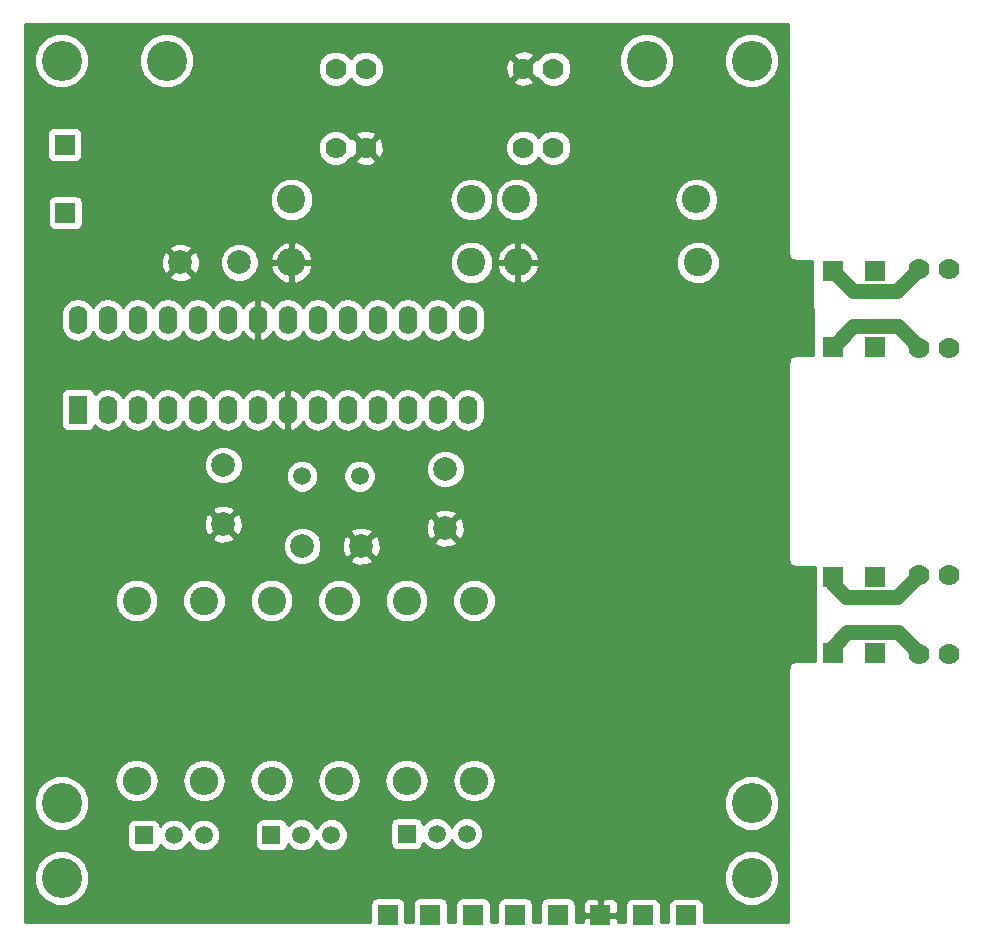
<source format=gbr>
G04 #@! TF.GenerationSoftware,KiCad,Pcbnew,5.0.2+dfsg1-1~bpo9+1*
G04 #@! TF.CreationDate,2019-02-15T20:10:49-06:00*
G04 #@! TF.ProjectId,EncoderandSensorsBoard,456e636f-6465-4726-916e-6453656e736f,v1.0*
G04 #@! TF.SameCoordinates,Original*
G04 #@! TF.FileFunction,Copper,L2,Bot*
G04 #@! TF.FilePolarity,Positive*
%FSLAX46Y46*%
G04 Gerber Fmt 4.6, Leading zero omitted, Abs format (unit mm)*
G04 Created by KiCad (PCBNEW 5.0.2+dfsg1-1~bpo9+1) date vie 15 feb 2019 20:10:49 CST*
%MOMM*%
%LPD*%
G01*
G04 APERTURE LIST*
G04 #@! TA.AperFunction,ComponentPad*
%ADD10R,1.600000X2.400000*%
G04 #@! TD*
G04 #@! TA.AperFunction,ComponentPad*
%ADD11O,1.600000X2.400000*%
G04 #@! TD*
G04 #@! TA.AperFunction,ComponentPad*
%ADD12O,2.400000X2.400000*%
G04 #@! TD*
G04 #@! TA.AperFunction,ComponentPad*
%ADD13C,2.400000*%
G04 #@! TD*
G04 #@! TA.AperFunction,ComponentPad*
%ADD14R,1.500000X1.500000*%
G04 #@! TD*
G04 #@! TA.AperFunction,ComponentPad*
%ADD15C,1.500000*%
G04 #@! TD*
G04 #@! TA.AperFunction,ComponentPad*
%ADD16C,1.778000*%
G04 #@! TD*
G04 #@! TA.AperFunction,ComponentPad*
%ADD17R,1.700000X1.700000*%
G04 #@! TD*
G04 #@! TA.AperFunction,ComponentPad*
%ADD18C,2.000000*%
G04 #@! TD*
G04 #@! TA.AperFunction,ViaPad*
%ADD19C,3.400000*%
G04 #@! TD*
G04 #@! TA.AperFunction,ViaPad*
%ADD20C,1.270000*%
G04 #@! TD*
G04 #@! TA.AperFunction,Conductor*
%ADD21C,1.270000*%
G04 #@! TD*
G04 #@! TA.AperFunction,Conductor*
%ADD22C,0.254000*%
G04 #@! TD*
G04 APERTURE END LIST*
D10*
G04 #@! TO.P,U1,1*
G04 #@! TO.N,N/C*
X95351600Y-103212900D03*
D11*
G04 #@! TO.P,U1,15*
G04 #@! TO.N,/PowSupStat*
X128371600Y-95592900D03*
G04 #@! TO.P,U1,2*
G04 #@! TO.N,/RX*
X97891600Y-103212900D03*
G04 #@! TO.P,U1,16*
G04 #@! TO.N,N/C*
X125831600Y-95592900D03*
G04 #@! TO.P,U1,3*
G04 #@! TO.N,/TX*
X100431600Y-103212900D03*
G04 #@! TO.P,U1,17*
G04 #@! TO.N,N/C*
X123291600Y-95592900D03*
G04 #@! TO.P,U1,4*
G04 #@! TO.N,/OUTA*
X102971600Y-103212900D03*
G04 #@! TO.P,U1,18*
G04 #@! TO.N,N/C*
X120751600Y-95592900D03*
G04 #@! TO.P,U1,5*
G04 #@! TO.N,/OUTB*
X105511600Y-103212900D03*
G04 #@! TO.P,U1,19*
G04 #@! TO.N,N/C*
X118211600Y-95592900D03*
G04 #@! TO.P,U1,6*
G04 #@! TO.N,/CMD*
X108051600Y-103212900D03*
G04 #@! TO.P,U1,20*
G04 #@! TO.N,+5V*
X115671600Y-95592900D03*
G04 #@! TO.P,U1,7*
X110591600Y-103212900D03*
G04 #@! TO.P,U1,21*
G04 #@! TO.N,N/C*
X113131600Y-95592900D03*
G04 #@! TO.P,U1,8*
G04 #@! TO.N,GND*
X113131600Y-103212900D03*
G04 #@! TO.P,U1,22*
X110591600Y-95592900D03*
G04 #@! TO.P,U1,9*
G04 #@! TO.N,Net-(C3-Pad2)*
X115671600Y-103212900D03*
G04 #@! TO.P,U1,23*
G04 #@! TO.N,/BattVoltSens*
X108051600Y-95592900D03*
G04 #@! TO.P,U1,10*
G04 #@! TO.N,Net-(C4-Pad2)*
X118211600Y-103212900D03*
G04 #@! TO.P,U1,24*
G04 #@! TO.N,N/C*
X105511600Y-95592900D03*
G04 #@! TO.P,U1,11*
X120751600Y-103212900D03*
G04 #@! TO.P,U1,25*
X102971600Y-95592900D03*
G04 #@! TO.P,U1,12*
X123291600Y-103212900D03*
G04 #@! TO.P,U1,26*
X100431600Y-95592900D03*
G04 #@! TO.P,U1,13*
X125831600Y-103212900D03*
G04 #@! TO.P,U1,27*
G04 #@! TO.N,/SDA*
X97891600Y-95592900D03*
G04 #@! TO.P,U1,14*
G04 #@! TO.N,N/C*
X128371600Y-103212900D03*
G04 #@! TO.P,U1,28*
G04 #@! TO.N,/SCL*
X95351600Y-95592900D03*
G04 #@! TD*
D12*
G04 #@! TO.P,R3,2*
G04 #@! TO.N,/SIGB*
X147726400Y-85420200D03*
D13*
G04 #@! TO.P,R3,1*
G04 #@! TO.N,+5V*
X132486400Y-85420200D03*
G04 #@! TD*
D14*
G04 #@! TO.P,Q2,1*
G04 #@! TO.N,/3VTX*
X100939600Y-139242800D03*
D15*
G04 #@! TO.P,Q2,3*
G04 #@! TO.N,/RX*
X106019600Y-139242800D03*
G04 #@! TO.P,Q2,2*
G04 #@! TO.N,+3V3*
X103479600Y-139242800D03*
G04 #@! TD*
D14*
G04 #@! TO.P,Q1,1*
G04 #@! TO.N,/3VCMD*
X123190000Y-139115800D03*
D15*
G04 #@! TO.P,Q1,3*
G04 #@! TO.N,/CMD*
X128270000Y-139115800D03*
G04 #@! TO.P,Q1,2*
G04 #@! TO.N,+3V3*
X125730000Y-139115800D03*
G04 #@! TD*
D14*
G04 #@! TO.P,Q3,1*
G04 #@! TO.N,/3VRX*
X111747300Y-139217400D03*
D15*
G04 #@! TO.P,Q3,3*
G04 #@! TO.N,/TX*
X116827300Y-139217400D03*
G04 #@! TO.P,Q3,2*
G04 #@! TO.N,+3V3*
X114287300Y-139217400D03*
G04 #@! TD*
D16*
G04 #@! TO.P,U3,4*
G04 #@! TO.N,GND*
X119722900Y-81048600D03*
G04 #@! TO.P,U3,1*
G04 #@! TO.N,+5V*
X119722900Y-74348600D03*
G04 #@! TO.P,U3,3*
G04 #@! TO.N,/SIGA*
X117182900Y-81048600D03*
G04 #@! TO.P,U3,2*
G04 #@! TO.N,Net-(R2-Pad1)*
X117182900Y-74348600D03*
G04 #@! TD*
G04 #@! TO.P,U2,4*
G04 #@! TO.N,GND*
X133083300Y-74335900D03*
G04 #@! TO.P,U2,1*
G04 #@! TO.N,+5V*
X133083300Y-81035900D03*
G04 #@! TO.P,U2,3*
G04 #@! TO.N,/SIGB*
X135623300Y-74335900D03*
G04 #@! TO.P,U2,2*
G04 #@! TO.N,Net-(R1-Pad1)*
X135623300Y-81035900D03*
G04 #@! TD*
D17*
G04 #@! TO.P,J10,1*
G04 #@! TO.N,/BattVoltSens*
X94289880Y-86537800D03*
G04 #@! TD*
G04 #@! TO.P,J4,1*
G04 #@! TO.N,/3VTX*
X128816100Y-145986500D03*
G04 #@! TD*
G04 #@! TO.P,J1,1*
G04 #@! TO.N,+5V*
X146850100Y-146037300D03*
G04 #@! TD*
G04 #@! TO.P,J7,1*
G04 #@! TO.N,/SDA*
X125209300Y-145986500D03*
G04 #@! TD*
G04 #@! TO.P,J5,1*
G04 #@! TO.N,/3VRX*
X132384800Y-145999200D03*
G04 #@! TD*
G04 #@! TO.P,J8,1*
G04 #@! TO.N,/SCL*
X121602500Y-145986500D03*
G04 #@! TD*
G04 #@! TO.P,J6,1*
G04 #@! TO.N,+3V3*
X143205200Y-146024600D03*
G04 #@! TD*
G04 #@! TO.P,J9,1*
G04 #@! TO.N,/PowSupStat*
X94234000Y-80772000D03*
G04 #@! TD*
G04 #@! TO.P,J3,1*
G04 #@! TO.N,/3VCMD*
X136004300Y-145973800D03*
G04 #@! TD*
G04 #@! TO.P,J2,1*
G04 #@! TO.N,GND*
X139611100Y-146024600D03*
G04 #@! TD*
D18*
G04 #@! TO.P,C1,2*
G04 #@! TO.N,+5V*
X109038400Y-90754200D03*
G04 #@! TO.P,C1,1*
G04 #@! TO.N,GND*
X104038400Y-90754200D03*
G04 #@! TD*
G04 #@! TO.P,C2,1*
G04 #@! TO.N,+5V*
X107670600Y-107911900D03*
G04 #@! TO.P,C2,2*
G04 #@! TO.N,GND*
X107670600Y-112911900D03*
G04 #@! TD*
G04 #@! TO.P,C3,2*
G04 #@! TO.N,Net-(C3-Pad2)*
X114354600Y-114769900D03*
G04 #@! TO.P,C3,1*
G04 #@! TO.N,GND*
X119354600Y-114769900D03*
G04 #@! TD*
G04 #@! TO.P,C4,1*
G04 #@! TO.N,GND*
X126466600Y-113245900D03*
G04 #@! TO.P,C4,2*
G04 #@! TO.N,Net-(C4-Pad2)*
X126466600Y-108245900D03*
G04 #@! TD*
D13*
G04 #@! TO.P,R1,1*
G04 #@! TO.N,Net-(R1-Pad1)*
X147853400Y-90754200D03*
D12*
G04 #@! TO.P,R1,2*
G04 #@! TO.N,GND*
X132613400Y-90754200D03*
G04 #@! TD*
G04 #@! TO.P,R2,2*
G04 #@! TO.N,GND*
X113436400Y-90754200D03*
D13*
G04 #@! TO.P,R2,1*
G04 #@! TO.N,Net-(R2-Pad1)*
X128676400Y-90754200D03*
G04 #@! TD*
D12*
G04 #@! TO.P,R4,2*
G04 #@! TO.N,/SIGA*
X128676400Y-85420200D03*
D13*
G04 #@! TO.P,R4,1*
G04 #@! TO.N,+5V*
X113436400Y-85420200D03*
G04 #@! TD*
G04 #@! TO.P,R5,1*
G04 #@! TO.N,+3V3*
X123190000Y-119380000D03*
D12*
G04 #@! TO.P,R5,2*
G04 #@! TO.N,/3VCMD*
X123190000Y-134620000D03*
G04 #@! TD*
D13*
G04 #@! TO.P,R6,1*
G04 #@! TO.N,+3V3*
X100330000Y-119380000D03*
D12*
G04 #@! TO.P,R6,2*
G04 #@! TO.N,/3VTX*
X100330000Y-134620000D03*
G04 #@! TD*
G04 #@! TO.P,R7,2*
G04 #@! TO.N,/3VRX*
X111760000Y-134620000D03*
D13*
G04 #@! TO.P,R7,1*
G04 #@! TO.N,+3V3*
X111760000Y-119380000D03*
G04 #@! TD*
D12*
G04 #@! TO.P,R8,2*
G04 #@! TO.N,/CMD*
X128905000Y-134620000D03*
D13*
G04 #@! TO.P,R8,1*
G04 #@! TO.N,+5V*
X128905000Y-119380000D03*
G04 #@! TD*
D12*
G04 #@! TO.P,R9,2*
G04 #@! TO.N,/RX*
X106045000Y-134620000D03*
D13*
G04 #@! TO.P,R9,1*
G04 #@! TO.N,+5V*
X106045000Y-119380000D03*
G04 #@! TD*
G04 #@! TO.P,R10,1*
G04 #@! TO.N,+5V*
X117475000Y-119380000D03*
D12*
G04 #@! TO.P,R10,2*
G04 #@! TO.N,/TX*
X117475000Y-134620000D03*
G04 #@! TD*
D15*
G04 #@! TO.P,Y1,1*
G04 #@! TO.N,Net-(C3-Pad2)*
X114333020Y-108849160D03*
G04 #@! TO.P,Y1,2*
G04 #@! TO.N,Net-(C4-Pad2)*
X119213020Y-108849160D03*
G04 #@! TD*
D17*
G04 #@! TO.P,J8,1*
G04 #@! TO.N,Net-(J8-Pad1)*
X159262259Y-123798902D03*
G04 #@! TD*
G04 #@! TO.P,J7,1*
G04 #@! TO.N,Net-(J7-Pad1)*
X162893260Y-123798902D03*
G04 #@! TD*
G04 #@! TO.P,J5,1*
G04 #@! TO.N,Net-(J5-Pad1)*
X162818259Y-117347901D03*
G04 #@! TD*
D16*
G04 #@! TO.P,U2,2*
G04 #@! TO.N,Net-(J6-Pad1)*
X166601258Y-117182902D03*
G04 #@! TO.P,U2,3*
G04 #@! TO.N,Net-(J8-Pad1)*
X166601258Y-123882902D03*
G04 #@! TO.P,U2,1*
G04 #@! TO.N,Net-(J5-Pad1)*
X169141258Y-117182902D03*
G04 #@! TO.P,U2,4*
G04 #@! TO.N,Net-(J7-Pad1)*
X169141258Y-123882902D03*
G04 #@! TD*
D17*
G04 #@! TO.P,J6,1*
G04 #@! TO.N,Net-(J6-Pad1)*
X159262259Y-117347901D03*
G04 #@! TD*
G04 #@! TO.P,J1,1*
G04 #@! TO.N,Net-(J1-Pad1)*
X162818259Y-91439901D03*
G04 #@! TD*
G04 #@! TO.P,J2,1*
G04 #@! TO.N,Net-(J2-Pad1)*
X159262259Y-91439901D03*
G04 #@! TD*
G04 #@! TO.P,J4,1*
G04 #@! TO.N,Net-(J4-Pad1)*
X159262259Y-97890902D03*
G04 #@! TD*
G04 #@! TO.P,J3,1*
G04 #@! TO.N,Net-(J3-Pad1)*
X162893260Y-97890902D03*
G04 #@! TD*
D16*
G04 #@! TO.P,U1,4*
G04 #@! TO.N,Net-(J3-Pad1)*
X169141258Y-97974902D03*
G04 #@! TO.P,U1,1*
G04 #@! TO.N,Net-(J1-Pad1)*
X169141258Y-91274902D03*
G04 #@! TO.P,U1,3*
G04 #@! TO.N,Net-(J4-Pad1)*
X166601258Y-97974902D03*
G04 #@! TO.P,U1,2*
G04 #@! TO.N,Net-(J2-Pad1)*
X166601258Y-91274902D03*
G04 #@! TD*
D19*
G04 #@! TO.N,*
X152400000Y-136525000D03*
X152400000Y-142875000D03*
X152400000Y-73660000D03*
X143510000Y-73660000D03*
X93980000Y-142875000D03*
X102870000Y-73660000D03*
X93980000Y-73660000D03*
X93980000Y-136525000D03*
D20*
G04 #@! TO.N,GND*
X134721600Y-95592900D03*
G04 #@! TD*
D21*
G04 #@! TO.N,Net-(J2-Pad1)*
X165712259Y-92163901D02*
X166601258Y-91274902D01*
X161001260Y-93178902D02*
X164697258Y-93178902D01*
X164697258Y-93178902D02*
X165712259Y-92163901D01*
X159262259Y-91439901D02*
X161001260Y-93178902D01*
G04 #@! TO.N,Net-(J4-Pad1)*
X165712259Y-97085903D02*
X166601258Y-97974902D01*
X164778257Y-96151901D02*
X165712259Y-97085903D01*
X159262259Y-97890902D02*
X159288258Y-97890902D01*
X161027259Y-96151901D02*
X164778257Y-96151901D01*
X159288258Y-97890902D02*
X161027259Y-96151901D01*
G04 #@! TO.N,Net-(J6-Pad1)*
X159262259Y-117347901D02*
X159262259Y-117982901D01*
X165712259Y-118071901D02*
X166601258Y-117182902D01*
X164697258Y-119086902D02*
X165712259Y-118071901D01*
X160366260Y-119086902D02*
X164697258Y-119086902D01*
X159262259Y-117982901D02*
X160366260Y-119086902D01*
G04 #@! TO.N,Net-(J8-Pad1)*
X159262259Y-123798902D02*
X159262259Y-123316901D01*
X164778257Y-122059901D02*
X165712259Y-122993903D01*
X160519259Y-122059901D02*
X164778257Y-122059901D01*
X165712259Y-122993903D02*
X166601258Y-123882902D01*
X159262259Y-123316901D02*
X160519259Y-122059901D01*
G04 #@! TD*
D22*
G04 #@! TO.N,GND*
G36*
X155500000Y-89846074D02*
X155486091Y-89916000D01*
X155541195Y-90193028D01*
X155698119Y-90427881D01*
X155932972Y-90584805D01*
X156139577Y-90625901D01*
X156210000Y-90639909D01*
X156279925Y-90626000D01*
X157295926Y-90626000D01*
X157296424Y-90625901D01*
X157536586Y-90625901D01*
X157599405Y-98603901D01*
X157160333Y-98603901D01*
X157159835Y-98604000D01*
X156279926Y-98604000D01*
X156210000Y-98590091D01*
X156140075Y-98604000D01*
X156140074Y-98604000D01*
X155932972Y-98645195D01*
X155698119Y-98802119D01*
X155541195Y-99036972D01*
X155486091Y-99314000D01*
X155500001Y-99383931D01*
X155500000Y-115754074D01*
X155486091Y-115824000D01*
X155541195Y-116101028D01*
X155698119Y-116335881D01*
X155932972Y-116492805D01*
X156139577Y-116533901D01*
X156210000Y-116547909D01*
X156279925Y-116534000D01*
X157295926Y-116534000D01*
X157296424Y-116533901D01*
X157740586Y-116533901D01*
X157790097Y-122821820D01*
X157764819Y-122948902D01*
X157764819Y-124511901D01*
X157160333Y-124511901D01*
X157159835Y-124512000D01*
X156279925Y-124512000D01*
X156210000Y-124498091D01*
X156140074Y-124512000D01*
X155932972Y-124553195D01*
X155698119Y-124710119D01*
X155541195Y-124944972D01*
X155486091Y-125222000D01*
X155500000Y-125291926D01*
X155500001Y-146610000D01*
X148347540Y-146610000D01*
X148347540Y-145187300D01*
X148298257Y-144939535D01*
X148157909Y-144729491D01*
X147947865Y-144589143D01*
X147700100Y-144539860D01*
X146000100Y-144539860D01*
X145752335Y-144589143D01*
X145542291Y-144729491D01*
X145401943Y-144939535D01*
X145352660Y-145187300D01*
X145352660Y-146610000D01*
X144702640Y-146610000D01*
X144702640Y-145174600D01*
X144653357Y-144926835D01*
X144513009Y-144716791D01*
X144302965Y-144576443D01*
X144055200Y-144527160D01*
X142355200Y-144527160D01*
X142107435Y-144576443D01*
X141897391Y-144716791D01*
X141757043Y-144926835D01*
X141707760Y-145174600D01*
X141707760Y-146610000D01*
X141096100Y-146610000D01*
X141096100Y-146310350D01*
X140937350Y-146151600D01*
X139738100Y-146151600D01*
X139738100Y-146171600D01*
X139484100Y-146171600D01*
X139484100Y-146151600D01*
X138284850Y-146151600D01*
X138126100Y-146310350D01*
X138126100Y-146610000D01*
X137501740Y-146610000D01*
X137501740Y-145123800D01*
X137486721Y-145048290D01*
X138126100Y-145048290D01*
X138126100Y-145738850D01*
X138284850Y-145897600D01*
X139484100Y-145897600D01*
X139484100Y-144698350D01*
X139738100Y-144698350D01*
X139738100Y-145897600D01*
X140937350Y-145897600D01*
X141096100Y-145738850D01*
X141096100Y-145048290D01*
X140999427Y-144814901D01*
X140820798Y-144636273D01*
X140587409Y-144539600D01*
X139896850Y-144539600D01*
X139738100Y-144698350D01*
X139484100Y-144698350D01*
X139325350Y-144539600D01*
X138634791Y-144539600D01*
X138401402Y-144636273D01*
X138222773Y-144814901D01*
X138126100Y-145048290D01*
X137486721Y-145048290D01*
X137452457Y-144876035D01*
X137312109Y-144665991D01*
X137102065Y-144525643D01*
X136854300Y-144476360D01*
X135154300Y-144476360D01*
X134906535Y-144525643D01*
X134696491Y-144665991D01*
X134556143Y-144876035D01*
X134506860Y-145123800D01*
X134506860Y-146610000D01*
X133882240Y-146610000D01*
X133882240Y-145149200D01*
X133832957Y-144901435D01*
X133692609Y-144691391D01*
X133482565Y-144551043D01*
X133234800Y-144501760D01*
X131534800Y-144501760D01*
X131287035Y-144551043D01*
X131076991Y-144691391D01*
X130936643Y-144901435D01*
X130887360Y-145149200D01*
X130887360Y-146610000D01*
X130313540Y-146610000D01*
X130313540Y-145136500D01*
X130264257Y-144888735D01*
X130123909Y-144678691D01*
X129913865Y-144538343D01*
X129666100Y-144489060D01*
X127966100Y-144489060D01*
X127718335Y-144538343D01*
X127508291Y-144678691D01*
X127367943Y-144888735D01*
X127318660Y-145136500D01*
X127318660Y-146610000D01*
X126706740Y-146610000D01*
X126706740Y-145136500D01*
X126657457Y-144888735D01*
X126517109Y-144678691D01*
X126307065Y-144538343D01*
X126059300Y-144489060D01*
X124359300Y-144489060D01*
X124111535Y-144538343D01*
X123901491Y-144678691D01*
X123761143Y-144888735D01*
X123711860Y-145136500D01*
X123711860Y-146610000D01*
X123099940Y-146610000D01*
X123099940Y-145136500D01*
X123050657Y-144888735D01*
X122910309Y-144678691D01*
X122700265Y-144538343D01*
X122452500Y-144489060D01*
X120752500Y-144489060D01*
X120504735Y-144538343D01*
X120294691Y-144678691D01*
X120154343Y-144888735D01*
X120105060Y-145136500D01*
X120105060Y-146610000D01*
X90880000Y-146610000D01*
X90880000Y-142410540D01*
X91645000Y-142410540D01*
X91645000Y-143339460D01*
X92000483Y-144197671D01*
X92657329Y-144854517D01*
X93515540Y-145210000D01*
X94444460Y-145210000D01*
X95302671Y-144854517D01*
X95959517Y-144197671D01*
X96315000Y-143339460D01*
X96315000Y-142410540D01*
X150065000Y-142410540D01*
X150065000Y-143339460D01*
X150420483Y-144197671D01*
X151077329Y-144854517D01*
X151935540Y-145210000D01*
X152864460Y-145210000D01*
X153722671Y-144854517D01*
X154379517Y-144197671D01*
X154735000Y-143339460D01*
X154735000Y-142410540D01*
X154379517Y-141552329D01*
X153722671Y-140895483D01*
X152864460Y-140540000D01*
X151935540Y-140540000D01*
X151077329Y-140895483D01*
X150420483Y-141552329D01*
X150065000Y-142410540D01*
X96315000Y-142410540D01*
X95959517Y-141552329D01*
X95302671Y-140895483D01*
X94444460Y-140540000D01*
X93515540Y-140540000D01*
X92657329Y-140895483D01*
X92000483Y-141552329D01*
X91645000Y-142410540D01*
X90880000Y-142410540D01*
X90880000Y-136060540D01*
X91645000Y-136060540D01*
X91645000Y-136989460D01*
X92000483Y-137847671D01*
X92657329Y-138504517D01*
X93515540Y-138860000D01*
X94444460Y-138860000D01*
X95302671Y-138504517D01*
X95314388Y-138492800D01*
X99542160Y-138492800D01*
X99542160Y-139992800D01*
X99591443Y-140240565D01*
X99731791Y-140450609D01*
X99941835Y-140590957D01*
X100189600Y-140640240D01*
X101689600Y-140640240D01*
X101937365Y-140590957D01*
X102147409Y-140450609D01*
X102287757Y-140240565D01*
X102326069Y-140047956D01*
X102695060Y-140416947D01*
X103204106Y-140627800D01*
X103755094Y-140627800D01*
X104264140Y-140416947D01*
X104653747Y-140027340D01*
X104749600Y-139795930D01*
X104845453Y-140027340D01*
X105235060Y-140416947D01*
X105744106Y-140627800D01*
X106295094Y-140627800D01*
X106804140Y-140416947D01*
X107193747Y-140027340D01*
X107404600Y-139518294D01*
X107404600Y-138967306D01*
X107197533Y-138467400D01*
X110349860Y-138467400D01*
X110349860Y-139967400D01*
X110399143Y-140215165D01*
X110539491Y-140425209D01*
X110749535Y-140565557D01*
X110997300Y-140614840D01*
X112497300Y-140614840D01*
X112745065Y-140565557D01*
X112955109Y-140425209D01*
X113095457Y-140215165D01*
X113133769Y-140022556D01*
X113502760Y-140391547D01*
X114011806Y-140602400D01*
X114562794Y-140602400D01*
X115071840Y-140391547D01*
X115461447Y-140001940D01*
X115557300Y-139770530D01*
X115653153Y-140001940D01*
X116042760Y-140391547D01*
X116551806Y-140602400D01*
X117102794Y-140602400D01*
X117611840Y-140391547D01*
X118001447Y-140001940D01*
X118212300Y-139492894D01*
X118212300Y-138941906D01*
X118001447Y-138432860D01*
X117934387Y-138365800D01*
X121792560Y-138365800D01*
X121792560Y-139865800D01*
X121841843Y-140113565D01*
X121982191Y-140323609D01*
X122192235Y-140463957D01*
X122440000Y-140513240D01*
X123940000Y-140513240D01*
X124187765Y-140463957D01*
X124397809Y-140323609D01*
X124538157Y-140113565D01*
X124576469Y-139920956D01*
X124945460Y-140289947D01*
X125454506Y-140500800D01*
X126005494Y-140500800D01*
X126514540Y-140289947D01*
X126904147Y-139900340D01*
X127000000Y-139668930D01*
X127095853Y-139900340D01*
X127485460Y-140289947D01*
X127994506Y-140500800D01*
X128545494Y-140500800D01*
X129054540Y-140289947D01*
X129444147Y-139900340D01*
X129655000Y-139391294D01*
X129655000Y-138840306D01*
X129444147Y-138331260D01*
X129054540Y-137941653D01*
X128545494Y-137730800D01*
X127994506Y-137730800D01*
X127485460Y-137941653D01*
X127095853Y-138331260D01*
X127000000Y-138562670D01*
X126904147Y-138331260D01*
X126514540Y-137941653D01*
X126005494Y-137730800D01*
X125454506Y-137730800D01*
X124945460Y-137941653D01*
X124576469Y-138310644D01*
X124538157Y-138118035D01*
X124397809Y-137907991D01*
X124187765Y-137767643D01*
X123940000Y-137718360D01*
X122440000Y-137718360D01*
X122192235Y-137767643D01*
X121982191Y-137907991D01*
X121841843Y-138118035D01*
X121792560Y-138365800D01*
X117934387Y-138365800D01*
X117611840Y-138043253D01*
X117102794Y-137832400D01*
X116551806Y-137832400D01*
X116042760Y-138043253D01*
X115653153Y-138432860D01*
X115557300Y-138664270D01*
X115461447Y-138432860D01*
X115071840Y-138043253D01*
X114562794Y-137832400D01*
X114011806Y-137832400D01*
X113502760Y-138043253D01*
X113133769Y-138412244D01*
X113095457Y-138219635D01*
X112955109Y-138009591D01*
X112745065Y-137869243D01*
X112497300Y-137819960D01*
X110997300Y-137819960D01*
X110749535Y-137869243D01*
X110539491Y-138009591D01*
X110399143Y-138219635D01*
X110349860Y-138467400D01*
X107197533Y-138467400D01*
X107193747Y-138458260D01*
X106804140Y-138068653D01*
X106295094Y-137857800D01*
X105744106Y-137857800D01*
X105235060Y-138068653D01*
X104845453Y-138458260D01*
X104749600Y-138689670D01*
X104653747Y-138458260D01*
X104264140Y-138068653D01*
X103755094Y-137857800D01*
X103204106Y-137857800D01*
X102695060Y-138068653D01*
X102326069Y-138437644D01*
X102287757Y-138245035D01*
X102147409Y-138034991D01*
X101937365Y-137894643D01*
X101689600Y-137845360D01*
X100189600Y-137845360D01*
X99941835Y-137894643D01*
X99731791Y-138034991D01*
X99591443Y-138245035D01*
X99542160Y-138492800D01*
X95314388Y-138492800D01*
X95959517Y-137847671D01*
X96315000Y-136989460D01*
X96315000Y-136060540D01*
X95959517Y-135202329D01*
X95377188Y-134620000D01*
X98459051Y-134620000D01*
X98601469Y-135335981D01*
X99007039Y-135942961D01*
X99614019Y-136348531D01*
X100149273Y-136455000D01*
X100510727Y-136455000D01*
X101045981Y-136348531D01*
X101652961Y-135942961D01*
X102058531Y-135335981D01*
X102200949Y-134620000D01*
X104174051Y-134620000D01*
X104316469Y-135335981D01*
X104722039Y-135942961D01*
X105329019Y-136348531D01*
X105864273Y-136455000D01*
X106225727Y-136455000D01*
X106760981Y-136348531D01*
X107367961Y-135942961D01*
X107773531Y-135335981D01*
X107915949Y-134620000D01*
X109889051Y-134620000D01*
X110031469Y-135335981D01*
X110437039Y-135942961D01*
X111044019Y-136348531D01*
X111579273Y-136455000D01*
X111940727Y-136455000D01*
X112475981Y-136348531D01*
X113082961Y-135942961D01*
X113488531Y-135335981D01*
X113630949Y-134620000D01*
X115604051Y-134620000D01*
X115746469Y-135335981D01*
X116152039Y-135942961D01*
X116759019Y-136348531D01*
X117294273Y-136455000D01*
X117655727Y-136455000D01*
X118190981Y-136348531D01*
X118797961Y-135942961D01*
X119203531Y-135335981D01*
X119345949Y-134620000D01*
X121319051Y-134620000D01*
X121461469Y-135335981D01*
X121867039Y-135942961D01*
X122474019Y-136348531D01*
X123009273Y-136455000D01*
X123370727Y-136455000D01*
X123905981Y-136348531D01*
X124512961Y-135942961D01*
X124918531Y-135335981D01*
X125060949Y-134620000D01*
X127034051Y-134620000D01*
X127176469Y-135335981D01*
X127582039Y-135942961D01*
X128189019Y-136348531D01*
X128724273Y-136455000D01*
X129085727Y-136455000D01*
X129620981Y-136348531D01*
X130051991Y-136060540D01*
X150065000Y-136060540D01*
X150065000Y-136989460D01*
X150420483Y-137847671D01*
X151077329Y-138504517D01*
X151935540Y-138860000D01*
X152864460Y-138860000D01*
X153722671Y-138504517D01*
X154379517Y-137847671D01*
X154735000Y-136989460D01*
X154735000Y-136060540D01*
X154379517Y-135202329D01*
X153722671Y-134545483D01*
X152864460Y-134190000D01*
X151935540Y-134190000D01*
X151077329Y-134545483D01*
X150420483Y-135202329D01*
X150065000Y-136060540D01*
X130051991Y-136060540D01*
X130227961Y-135942961D01*
X130633531Y-135335981D01*
X130775949Y-134620000D01*
X130633531Y-133904019D01*
X130227961Y-133297039D01*
X129620981Y-132891469D01*
X129085727Y-132785000D01*
X128724273Y-132785000D01*
X128189019Y-132891469D01*
X127582039Y-133297039D01*
X127176469Y-133904019D01*
X127034051Y-134620000D01*
X125060949Y-134620000D01*
X124918531Y-133904019D01*
X124512961Y-133297039D01*
X123905981Y-132891469D01*
X123370727Y-132785000D01*
X123009273Y-132785000D01*
X122474019Y-132891469D01*
X121867039Y-133297039D01*
X121461469Y-133904019D01*
X121319051Y-134620000D01*
X119345949Y-134620000D01*
X119203531Y-133904019D01*
X118797961Y-133297039D01*
X118190981Y-132891469D01*
X117655727Y-132785000D01*
X117294273Y-132785000D01*
X116759019Y-132891469D01*
X116152039Y-133297039D01*
X115746469Y-133904019D01*
X115604051Y-134620000D01*
X113630949Y-134620000D01*
X113488531Y-133904019D01*
X113082961Y-133297039D01*
X112475981Y-132891469D01*
X111940727Y-132785000D01*
X111579273Y-132785000D01*
X111044019Y-132891469D01*
X110437039Y-133297039D01*
X110031469Y-133904019D01*
X109889051Y-134620000D01*
X107915949Y-134620000D01*
X107773531Y-133904019D01*
X107367961Y-133297039D01*
X106760981Y-132891469D01*
X106225727Y-132785000D01*
X105864273Y-132785000D01*
X105329019Y-132891469D01*
X104722039Y-133297039D01*
X104316469Y-133904019D01*
X104174051Y-134620000D01*
X102200949Y-134620000D01*
X102058531Y-133904019D01*
X101652961Y-133297039D01*
X101045981Y-132891469D01*
X100510727Y-132785000D01*
X100149273Y-132785000D01*
X99614019Y-132891469D01*
X99007039Y-133297039D01*
X98601469Y-133904019D01*
X98459051Y-134620000D01*
X95377188Y-134620000D01*
X95302671Y-134545483D01*
X94444460Y-134190000D01*
X93515540Y-134190000D01*
X92657329Y-134545483D01*
X92000483Y-135202329D01*
X91645000Y-136060540D01*
X90880000Y-136060540D01*
X90880000Y-119014996D01*
X98495000Y-119014996D01*
X98495000Y-119745004D01*
X98774362Y-120419444D01*
X99290556Y-120935638D01*
X99964996Y-121215000D01*
X100695004Y-121215000D01*
X101369444Y-120935638D01*
X101885638Y-120419444D01*
X102165000Y-119745004D01*
X102165000Y-119014996D01*
X104210000Y-119014996D01*
X104210000Y-119745004D01*
X104489362Y-120419444D01*
X105005556Y-120935638D01*
X105679996Y-121215000D01*
X106410004Y-121215000D01*
X107084444Y-120935638D01*
X107600638Y-120419444D01*
X107880000Y-119745004D01*
X107880000Y-119014996D01*
X109925000Y-119014996D01*
X109925000Y-119745004D01*
X110204362Y-120419444D01*
X110720556Y-120935638D01*
X111394996Y-121215000D01*
X112125004Y-121215000D01*
X112799444Y-120935638D01*
X113315638Y-120419444D01*
X113595000Y-119745004D01*
X113595000Y-119014996D01*
X115640000Y-119014996D01*
X115640000Y-119745004D01*
X115919362Y-120419444D01*
X116435556Y-120935638D01*
X117109996Y-121215000D01*
X117840004Y-121215000D01*
X118514444Y-120935638D01*
X119030638Y-120419444D01*
X119310000Y-119745004D01*
X119310000Y-119014996D01*
X121355000Y-119014996D01*
X121355000Y-119745004D01*
X121634362Y-120419444D01*
X122150556Y-120935638D01*
X122824996Y-121215000D01*
X123555004Y-121215000D01*
X124229444Y-120935638D01*
X124745638Y-120419444D01*
X125025000Y-119745004D01*
X125025000Y-119014996D01*
X127070000Y-119014996D01*
X127070000Y-119745004D01*
X127349362Y-120419444D01*
X127865556Y-120935638D01*
X128539996Y-121215000D01*
X129270004Y-121215000D01*
X129944444Y-120935638D01*
X130460638Y-120419444D01*
X130740000Y-119745004D01*
X130740000Y-119014996D01*
X130460638Y-118340556D01*
X129944444Y-117824362D01*
X129270004Y-117545000D01*
X128539996Y-117545000D01*
X127865556Y-117824362D01*
X127349362Y-118340556D01*
X127070000Y-119014996D01*
X125025000Y-119014996D01*
X124745638Y-118340556D01*
X124229444Y-117824362D01*
X123555004Y-117545000D01*
X122824996Y-117545000D01*
X122150556Y-117824362D01*
X121634362Y-118340556D01*
X121355000Y-119014996D01*
X119310000Y-119014996D01*
X119030638Y-118340556D01*
X118514444Y-117824362D01*
X117840004Y-117545000D01*
X117109996Y-117545000D01*
X116435556Y-117824362D01*
X115919362Y-118340556D01*
X115640000Y-119014996D01*
X113595000Y-119014996D01*
X113315638Y-118340556D01*
X112799444Y-117824362D01*
X112125004Y-117545000D01*
X111394996Y-117545000D01*
X110720556Y-117824362D01*
X110204362Y-118340556D01*
X109925000Y-119014996D01*
X107880000Y-119014996D01*
X107600638Y-118340556D01*
X107084444Y-117824362D01*
X106410004Y-117545000D01*
X105679996Y-117545000D01*
X105005556Y-117824362D01*
X104489362Y-118340556D01*
X104210000Y-119014996D01*
X102165000Y-119014996D01*
X101885638Y-118340556D01*
X101369444Y-117824362D01*
X100695004Y-117545000D01*
X99964996Y-117545000D01*
X99290556Y-117824362D01*
X98774362Y-118340556D01*
X98495000Y-119014996D01*
X90880000Y-119014996D01*
X90880000Y-114064432D01*
X106697673Y-114064432D01*
X106796336Y-114331287D01*
X107406061Y-114557808D01*
X108056060Y-114533756D01*
X108271113Y-114444678D01*
X112719600Y-114444678D01*
X112719600Y-115095122D01*
X112968514Y-115696053D01*
X113428447Y-116155986D01*
X114029378Y-116404900D01*
X114679822Y-116404900D01*
X115280753Y-116155986D01*
X115514307Y-115922432D01*
X118381673Y-115922432D01*
X118480336Y-116189287D01*
X119090061Y-116415808D01*
X119740060Y-116391756D01*
X120228864Y-116189287D01*
X120327527Y-115922432D01*
X119354600Y-114949505D01*
X118381673Y-115922432D01*
X115514307Y-115922432D01*
X115740686Y-115696053D01*
X115989600Y-115095122D01*
X115989600Y-114505361D01*
X117708692Y-114505361D01*
X117732744Y-115155360D01*
X117935213Y-115644164D01*
X118202068Y-115742827D01*
X119174995Y-114769900D01*
X119534205Y-114769900D01*
X120507132Y-115742827D01*
X120773987Y-115644164D01*
X121000508Y-115034439D01*
X120976974Y-114398432D01*
X125493673Y-114398432D01*
X125592336Y-114665287D01*
X126202061Y-114891808D01*
X126852060Y-114867756D01*
X127340864Y-114665287D01*
X127439527Y-114398432D01*
X126466600Y-113425505D01*
X125493673Y-114398432D01*
X120976974Y-114398432D01*
X120976456Y-114384440D01*
X120773987Y-113895636D01*
X120507132Y-113796973D01*
X119534205Y-114769900D01*
X119174995Y-114769900D01*
X118202068Y-113796973D01*
X117935213Y-113895636D01*
X117708692Y-114505361D01*
X115989600Y-114505361D01*
X115989600Y-114444678D01*
X115740686Y-113843747D01*
X115514307Y-113617368D01*
X118381673Y-113617368D01*
X119354600Y-114590295D01*
X120327527Y-113617368D01*
X120228864Y-113350513D01*
X119619139Y-113123992D01*
X118969140Y-113148044D01*
X118480336Y-113350513D01*
X118381673Y-113617368D01*
X115514307Y-113617368D01*
X115280753Y-113383814D01*
X114679822Y-113134900D01*
X114029378Y-113134900D01*
X113428447Y-113383814D01*
X112968514Y-113843747D01*
X112719600Y-114444678D01*
X108271113Y-114444678D01*
X108544864Y-114331287D01*
X108643527Y-114064432D01*
X107670600Y-113091505D01*
X106697673Y-114064432D01*
X90880000Y-114064432D01*
X90880000Y-112647361D01*
X106024692Y-112647361D01*
X106048744Y-113297360D01*
X106251213Y-113786164D01*
X106518068Y-113884827D01*
X107490995Y-112911900D01*
X107850205Y-112911900D01*
X108823132Y-113884827D01*
X109089987Y-113786164D01*
X109316508Y-113176439D01*
X109309290Y-112981361D01*
X124820692Y-112981361D01*
X124844744Y-113631360D01*
X125047213Y-114120164D01*
X125314068Y-114218827D01*
X126286995Y-113245900D01*
X126646205Y-113245900D01*
X127619132Y-114218827D01*
X127885987Y-114120164D01*
X128112508Y-113510439D01*
X128088456Y-112860440D01*
X127885987Y-112371636D01*
X127619132Y-112272973D01*
X126646205Y-113245900D01*
X126286995Y-113245900D01*
X125314068Y-112272973D01*
X125047213Y-112371636D01*
X124820692Y-112981361D01*
X109309290Y-112981361D01*
X109292456Y-112526440D01*
X109113072Y-112093368D01*
X125493673Y-112093368D01*
X126466600Y-113066295D01*
X127439527Y-112093368D01*
X127340864Y-111826513D01*
X126731139Y-111599992D01*
X126081140Y-111624044D01*
X125592336Y-111826513D01*
X125493673Y-112093368D01*
X109113072Y-112093368D01*
X109089987Y-112037636D01*
X108823132Y-111938973D01*
X107850205Y-112911900D01*
X107490995Y-112911900D01*
X106518068Y-111938973D01*
X106251213Y-112037636D01*
X106024692Y-112647361D01*
X90880000Y-112647361D01*
X90880000Y-111759368D01*
X106697673Y-111759368D01*
X107670600Y-112732295D01*
X108643527Y-111759368D01*
X108544864Y-111492513D01*
X107935139Y-111265992D01*
X107285140Y-111290044D01*
X106796336Y-111492513D01*
X106697673Y-111759368D01*
X90880000Y-111759368D01*
X90880000Y-107586678D01*
X106035600Y-107586678D01*
X106035600Y-108237122D01*
X106284514Y-108838053D01*
X106744447Y-109297986D01*
X107345378Y-109546900D01*
X107995822Y-109546900D01*
X108596753Y-109297986D01*
X109056686Y-108838053D01*
X109166198Y-108573666D01*
X112948020Y-108573666D01*
X112948020Y-109124654D01*
X113158873Y-109633700D01*
X113548480Y-110023307D01*
X114057526Y-110234160D01*
X114608514Y-110234160D01*
X115117560Y-110023307D01*
X115507167Y-109633700D01*
X115718020Y-109124654D01*
X115718020Y-108573666D01*
X117828020Y-108573666D01*
X117828020Y-109124654D01*
X118038873Y-109633700D01*
X118428480Y-110023307D01*
X118937526Y-110234160D01*
X119488514Y-110234160D01*
X119997560Y-110023307D01*
X120387167Y-109633700D01*
X120598020Y-109124654D01*
X120598020Y-108573666D01*
X120387167Y-108064620D01*
X120243225Y-107920678D01*
X124831600Y-107920678D01*
X124831600Y-108571122D01*
X125080514Y-109172053D01*
X125540447Y-109631986D01*
X126141378Y-109880900D01*
X126791822Y-109880900D01*
X127392753Y-109631986D01*
X127852686Y-109172053D01*
X128101600Y-108571122D01*
X128101600Y-107920678D01*
X127852686Y-107319747D01*
X127392753Y-106859814D01*
X126791822Y-106610900D01*
X126141378Y-106610900D01*
X125540447Y-106859814D01*
X125080514Y-107319747D01*
X124831600Y-107920678D01*
X120243225Y-107920678D01*
X119997560Y-107675013D01*
X119488514Y-107464160D01*
X118937526Y-107464160D01*
X118428480Y-107675013D01*
X118038873Y-108064620D01*
X117828020Y-108573666D01*
X115718020Y-108573666D01*
X115507167Y-108064620D01*
X115117560Y-107675013D01*
X114608514Y-107464160D01*
X114057526Y-107464160D01*
X113548480Y-107675013D01*
X113158873Y-108064620D01*
X112948020Y-108573666D01*
X109166198Y-108573666D01*
X109305600Y-108237122D01*
X109305600Y-107586678D01*
X109056686Y-106985747D01*
X108596753Y-106525814D01*
X107995822Y-106276900D01*
X107345378Y-106276900D01*
X106744447Y-106525814D01*
X106284514Y-106985747D01*
X106035600Y-107586678D01*
X90880000Y-107586678D01*
X90880000Y-102012900D01*
X93904160Y-102012900D01*
X93904160Y-104412900D01*
X93953443Y-104660665D01*
X94093791Y-104870709D01*
X94303835Y-105011057D01*
X94551600Y-105060340D01*
X96151600Y-105060340D01*
X96399365Y-105011057D01*
X96609409Y-104870709D01*
X96749757Y-104660665D01*
X96776385Y-104526793D01*
X96857024Y-104647477D01*
X97331692Y-104964640D01*
X97891600Y-105076013D01*
X98451509Y-104964640D01*
X98926177Y-104647477D01*
X99161600Y-104295141D01*
X99397024Y-104647477D01*
X99871692Y-104964640D01*
X100431600Y-105076013D01*
X100991509Y-104964640D01*
X101466177Y-104647477D01*
X101701600Y-104295141D01*
X101937024Y-104647477D01*
X102411692Y-104964640D01*
X102971600Y-105076013D01*
X103531509Y-104964640D01*
X104006177Y-104647477D01*
X104241600Y-104295141D01*
X104477024Y-104647477D01*
X104951692Y-104964640D01*
X105511600Y-105076013D01*
X106071509Y-104964640D01*
X106546177Y-104647477D01*
X106781600Y-104295141D01*
X107017024Y-104647477D01*
X107491692Y-104964640D01*
X108051600Y-105076013D01*
X108611509Y-104964640D01*
X109086177Y-104647477D01*
X109321600Y-104295141D01*
X109557024Y-104647477D01*
X110031692Y-104964640D01*
X110591600Y-105076013D01*
X111151509Y-104964640D01*
X111626177Y-104647477D01*
X111864099Y-104291401D01*
X112206704Y-104717400D01*
X112699781Y-104987267D01*
X112782561Y-105004804D01*
X113004600Y-104882815D01*
X113004600Y-103339900D01*
X112984600Y-103339900D01*
X112984600Y-103085900D01*
X113004600Y-103085900D01*
X113004600Y-101542985D01*
X113258600Y-101542985D01*
X113258600Y-103085900D01*
X113278600Y-103085900D01*
X113278600Y-103339900D01*
X113258600Y-103339900D01*
X113258600Y-104882815D01*
X113480639Y-105004804D01*
X113563419Y-104987267D01*
X114056496Y-104717400D01*
X114399101Y-104291401D01*
X114637024Y-104647477D01*
X115111692Y-104964640D01*
X115671600Y-105076013D01*
X116231509Y-104964640D01*
X116706177Y-104647477D01*
X116941600Y-104295141D01*
X117177024Y-104647477D01*
X117651692Y-104964640D01*
X118211600Y-105076013D01*
X118771509Y-104964640D01*
X119246177Y-104647477D01*
X119481600Y-104295141D01*
X119717024Y-104647477D01*
X120191692Y-104964640D01*
X120751600Y-105076013D01*
X121311509Y-104964640D01*
X121786177Y-104647477D01*
X122021600Y-104295141D01*
X122257024Y-104647477D01*
X122731692Y-104964640D01*
X123291600Y-105076013D01*
X123851509Y-104964640D01*
X124326177Y-104647477D01*
X124561600Y-104295141D01*
X124797024Y-104647477D01*
X125271692Y-104964640D01*
X125831600Y-105076013D01*
X126391509Y-104964640D01*
X126866177Y-104647477D01*
X127101600Y-104295141D01*
X127337024Y-104647477D01*
X127811692Y-104964640D01*
X128371600Y-105076013D01*
X128931509Y-104964640D01*
X129406177Y-104647477D01*
X129723340Y-104172809D01*
X129806600Y-103754232D01*
X129806600Y-102671567D01*
X129723340Y-102252991D01*
X129406176Y-101778323D01*
X128931508Y-101461160D01*
X128371600Y-101349787D01*
X127811691Y-101461160D01*
X127337023Y-101778324D01*
X127101600Y-102130659D01*
X126866176Y-101778323D01*
X126391508Y-101461160D01*
X125831600Y-101349787D01*
X125271691Y-101461160D01*
X124797023Y-101778324D01*
X124561600Y-102130659D01*
X124326176Y-101778323D01*
X123851508Y-101461160D01*
X123291600Y-101349787D01*
X122731691Y-101461160D01*
X122257023Y-101778324D01*
X122021600Y-102130659D01*
X121786176Y-101778323D01*
X121311508Y-101461160D01*
X120751600Y-101349787D01*
X120191691Y-101461160D01*
X119717023Y-101778324D01*
X119481600Y-102130659D01*
X119246176Y-101778323D01*
X118771508Y-101461160D01*
X118211600Y-101349787D01*
X117651691Y-101461160D01*
X117177023Y-101778324D01*
X116941600Y-102130659D01*
X116706176Y-101778323D01*
X116231508Y-101461160D01*
X115671600Y-101349787D01*
X115111691Y-101461160D01*
X114637023Y-101778324D01*
X114399101Y-102134399D01*
X114056496Y-101708400D01*
X113563419Y-101438533D01*
X113480639Y-101420996D01*
X113258600Y-101542985D01*
X113004600Y-101542985D01*
X112782561Y-101420996D01*
X112699781Y-101438533D01*
X112206704Y-101708400D01*
X111864099Y-102134399D01*
X111626176Y-101778323D01*
X111151508Y-101461160D01*
X110591600Y-101349787D01*
X110031691Y-101461160D01*
X109557023Y-101778324D01*
X109321600Y-102130659D01*
X109086176Y-101778323D01*
X108611508Y-101461160D01*
X108051600Y-101349787D01*
X107491691Y-101461160D01*
X107017023Y-101778324D01*
X106781600Y-102130659D01*
X106546176Y-101778323D01*
X106071508Y-101461160D01*
X105511600Y-101349787D01*
X104951691Y-101461160D01*
X104477023Y-101778324D01*
X104241600Y-102130659D01*
X104006176Y-101778323D01*
X103531508Y-101461160D01*
X102971600Y-101349787D01*
X102411691Y-101461160D01*
X101937023Y-101778324D01*
X101701600Y-102130659D01*
X101466176Y-101778323D01*
X100991508Y-101461160D01*
X100431600Y-101349787D01*
X99871691Y-101461160D01*
X99397023Y-101778324D01*
X99161600Y-102130659D01*
X98926176Y-101778323D01*
X98451508Y-101461160D01*
X97891600Y-101349787D01*
X97331691Y-101461160D01*
X96857023Y-101778324D01*
X96776385Y-101899007D01*
X96749757Y-101765135D01*
X96609409Y-101555091D01*
X96399365Y-101414743D01*
X96151600Y-101365460D01*
X94551600Y-101365460D01*
X94303835Y-101414743D01*
X94093791Y-101555091D01*
X93953443Y-101765135D01*
X93904160Y-102012900D01*
X90880000Y-102012900D01*
X90880000Y-95051568D01*
X93916600Y-95051568D01*
X93916600Y-96134233D01*
X93999860Y-96552809D01*
X94317024Y-97027477D01*
X94791692Y-97344640D01*
X95351600Y-97456013D01*
X95911509Y-97344640D01*
X96386177Y-97027477D01*
X96621600Y-96675141D01*
X96857024Y-97027477D01*
X97331692Y-97344640D01*
X97891600Y-97456013D01*
X98451509Y-97344640D01*
X98926177Y-97027477D01*
X99161600Y-96675141D01*
X99397024Y-97027477D01*
X99871692Y-97344640D01*
X100431600Y-97456013D01*
X100991509Y-97344640D01*
X101466177Y-97027477D01*
X101701600Y-96675141D01*
X101937024Y-97027477D01*
X102411692Y-97344640D01*
X102971600Y-97456013D01*
X103531509Y-97344640D01*
X104006177Y-97027477D01*
X104241600Y-96675141D01*
X104477024Y-97027477D01*
X104951692Y-97344640D01*
X105511600Y-97456013D01*
X106071509Y-97344640D01*
X106546177Y-97027477D01*
X106781600Y-96675141D01*
X107017024Y-97027477D01*
X107491692Y-97344640D01*
X108051600Y-97456013D01*
X108611509Y-97344640D01*
X109086177Y-97027477D01*
X109324099Y-96671401D01*
X109666704Y-97097400D01*
X110159781Y-97367267D01*
X110242561Y-97384804D01*
X110464600Y-97262815D01*
X110464600Y-95719900D01*
X110444600Y-95719900D01*
X110444600Y-95465900D01*
X110464600Y-95465900D01*
X110464600Y-93922985D01*
X110718600Y-93922985D01*
X110718600Y-95465900D01*
X110738600Y-95465900D01*
X110738600Y-95719900D01*
X110718600Y-95719900D01*
X110718600Y-97262815D01*
X110940639Y-97384804D01*
X111023419Y-97367267D01*
X111516496Y-97097400D01*
X111859101Y-96671401D01*
X112097024Y-97027477D01*
X112571692Y-97344640D01*
X113131600Y-97456013D01*
X113691509Y-97344640D01*
X114166177Y-97027477D01*
X114401600Y-96675141D01*
X114637024Y-97027477D01*
X115111692Y-97344640D01*
X115671600Y-97456013D01*
X116231509Y-97344640D01*
X116706177Y-97027477D01*
X116941600Y-96675141D01*
X117177024Y-97027477D01*
X117651692Y-97344640D01*
X118211600Y-97456013D01*
X118771509Y-97344640D01*
X119246177Y-97027477D01*
X119481600Y-96675141D01*
X119717024Y-97027477D01*
X120191692Y-97344640D01*
X120751600Y-97456013D01*
X121311509Y-97344640D01*
X121786177Y-97027477D01*
X122021600Y-96675141D01*
X122257024Y-97027477D01*
X122731692Y-97344640D01*
X123291600Y-97456013D01*
X123851509Y-97344640D01*
X124326177Y-97027477D01*
X124561600Y-96675141D01*
X124797024Y-97027477D01*
X125271692Y-97344640D01*
X125831600Y-97456013D01*
X126391509Y-97344640D01*
X126866177Y-97027477D01*
X127101600Y-96675141D01*
X127337024Y-97027477D01*
X127811692Y-97344640D01*
X128371600Y-97456013D01*
X128931509Y-97344640D01*
X129406177Y-97027477D01*
X129723340Y-96552809D01*
X129806600Y-96134232D01*
X129806600Y-95051567D01*
X129723340Y-94632991D01*
X129406176Y-94158323D01*
X128931508Y-93841160D01*
X128371600Y-93729787D01*
X127811691Y-93841160D01*
X127337023Y-94158324D01*
X127101600Y-94510659D01*
X126866176Y-94158323D01*
X126391508Y-93841160D01*
X125831600Y-93729787D01*
X125271691Y-93841160D01*
X124797023Y-94158324D01*
X124561600Y-94510659D01*
X124326176Y-94158323D01*
X123851508Y-93841160D01*
X123291600Y-93729787D01*
X122731691Y-93841160D01*
X122257023Y-94158324D01*
X122021600Y-94510659D01*
X121786176Y-94158323D01*
X121311508Y-93841160D01*
X120751600Y-93729787D01*
X120191691Y-93841160D01*
X119717023Y-94158324D01*
X119481600Y-94510659D01*
X119246176Y-94158323D01*
X118771508Y-93841160D01*
X118211600Y-93729787D01*
X117651691Y-93841160D01*
X117177023Y-94158324D01*
X116941600Y-94510659D01*
X116706176Y-94158323D01*
X116231508Y-93841160D01*
X115671600Y-93729787D01*
X115111691Y-93841160D01*
X114637023Y-94158324D01*
X114401600Y-94510659D01*
X114166176Y-94158323D01*
X113691508Y-93841160D01*
X113131600Y-93729787D01*
X112571691Y-93841160D01*
X112097023Y-94158324D01*
X111859101Y-94514399D01*
X111516496Y-94088400D01*
X111023419Y-93818533D01*
X110940639Y-93800996D01*
X110718600Y-93922985D01*
X110464600Y-93922985D01*
X110242561Y-93800996D01*
X110159781Y-93818533D01*
X109666704Y-94088400D01*
X109324099Y-94514399D01*
X109086176Y-94158323D01*
X108611508Y-93841160D01*
X108051600Y-93729787D01*
X107491691Y-93841160D01*
X107017023Y-94158324D01*
X106781600Y-94510659D01*
X106546176Y-94158323D01*
X106071508Y-93841160D01*
X105511600Y-93729787D01*
X104951691Y-93841160D01*
X104477023Y-94158324D01*
X104241600Y-94510659D01*
X104006176Y-94158323D01*
X103531508Y-93841160D01*
X102971600Y-93729787D01*
X102411691Y-93841160D01*
X101937023Y-94158324D01*
X101701600Y-94510659D01*
X101466176Y-94158323D01*
X100991508Y-93841160D01*
X100431600Y-93729787D01*
X99871691Y-93841160D01*
X99397023Y-94158324D01*
X99161600Y-94510659D01*
X98926176Y-94158323D01*
X98451508Y-93841160D01*
X97891600Y-93729787D01*
X97331691Y-93841160D01*
X96857023Y-94158324D01*
X96621600Y-94510659D01*
X96386176Y-94158323D01*
X95911508Y-93841160D01*
X95351600Y-93729787D01*
X94791691Y-93841160D01*
X94317023Y-94158324D01*
X93999860Y-94632992D01*
X93916600Y-95051568D01*
X90880000Y-95051568D01*
X90880000Y-91906732D01*
X103065473Y-91906732D01*
X103164136Y-92173587D01*
X103773861Y-92400108D01*
X104423860Y-92376056D01*
X104912664Y-92173587D01*
X105011327Y-91906732D01*
X104038400Y-90933805D01*
X103065473Y-91906732D01*
X90880000Y-91906732D01*
X90880000Y-90489661D01*
X102392492Y-90489661D01*
X102416544Y-91139660D01*
X102619013Y-91628464D01*
X102885868Y-91727127D01*
X103858795Y-90754200D01*
X104218005Y-90754200D01*
X105190932Y-91727127D01*
X105457787Y-91628464D01*
X105684308Y-91018739D01*
X105662485Y-90428978D01*
X107403400Y-90428978D01*
X107403400Y-91079422D01*
X107652314Y-91680353D01*
X108112247Y-92140286D01*
X108713178Y-92389200D01*
X109363622Y-92389200D01*
X109964553Y-92140286D01*
X110424486Y-91680353D01*
X110637536Y-91166005D01*
X111648205Y-91166005D01*
X111880758Y-91727458D01*
X112371624Y-92248692D01*
X113024593Y-92542403D01*
X113309400Y-92426058D01*
X113309400Y-90881200D01*
X113563400Y-90881200D01*
X113563400Y-92426058D01*
X113848207Y-92542403D01*
X114501176Y-92248692D01*
X114992042Y-91727458D01*
X115224595Y-91166005D01*
X115107832Y-90881200D01*
X113563400Y-90881200D01*
X113309400Y-90881200D01*
X111764968Y-90881200D01*
X111648205Y-91166005D01*
X110637536Y-91166005D01*
X110673400Y-91079422D01*
X110673400Y-90428978D01*
X110637537Y-90342395D01*
X111648205Y-90342395D01*
X111764968Y-90627200D01*
X113309400Y-90627200D01*
X113309400Y-89082342D01*
X113563400Y-89082342D01*
X113563400Y-90627200D01*
X115107832Y-90627200D01*
X115205407Y-90389196D01*
X126841400Y-90389196D01*
X126841400Y-91119204D01*
X127120762Y-91793644D01*
X127636956Y-92309838D01*
X128311396Y-92589200D01*
X129041404Y-92589200D01*
X129715844Y-92309838D01*
X130232038Y-91793644D01*
X130492014Y-91166005D01*
X130825205Y-91166005D01*
X131057758Y-91727458D01*
X131548624Y-92248692D01*
X132201593Y-92542403D01*
X132486400Y-92426058D01*
X132486400Y-90881200D01*
X132740400Y-90881200D01*
X132740400Y-92426058D01*
X133025207Y-92542403D01*
X133678176Y-92248692D01*
X134169042Y-91727458D01*
X134401595Y-91166005D01*
X134284832Y-90881200D01*
X132740400Y-90881200D01*
X132486400Y-90881200D01*
X130941968Y-90881200D01*
X130825205Y-91166005D01*
X130492014Y-91166005D01*
X130511400Y-91119204D01*
X130511400Y-90389196D01*
X130492015Y-90342395D01*
X130825205Y-90342395D01*
X130941968Y-90627200D01*
X132486400Y-90627200D01*
X132486400Y-89082342D01*
X132740400Y-89082342D01*
X132740400Y-90627200D01*
X134284832Y-90627200D01*
X134382407Y-90389196D01*
X146018400Y-90389196D01*
X146018400Y-91119204D01*
X146297762Y-91793644D01*
X146813956Y-92309838D01*
X147488396Y-92589200D01*
X148218404Y-92589200D01*
X148892844Y-92309838D01*
X149409038Y-91793644D01*
X149688400Y-91119204D01*
X149688400Y-90389196D01*
X149409038Y-89714756D01*
X148892844Y-89198562D01*
X148218404Y-88919200D01*
X147488396Y-88919200D01*
X146813956Y-89198562D01*
X146297762Y-89714756D01*
X146018400Y-90389196D01*
X134382407Y-90389196D01*
X134401595Y-90342395D01*
X134169042Y-89780942D01*
X133678176Y-89259708D01*
X133025207Y-88965997D01*
X132740400Y-89082342D01*
X132486400Y-89082342D01*
X132201593Y-88965997D01*
X131548624Y-89259708D01*
X131057758Y-89780942D01*
X130825205Y-90342395D01*
X130492015Y-90342395D01*
X130232038Y-89714756D01*
X129715844Y-89198562D01*
X129041404Y-88919200D01*
X128311396Y-88919200D01*
X127636956Y-89198562D01*
X127120762Y-89714756D01*
X126841400Y-90389196D01*
X115205407Y-90389196D01*
X115224595Y-90342395D01*
X114992042Y-89780942D01*
X114501176Y-89259708D01*
X113848207Y-88965997D01*
X113563400Y-89082342D01*
X113309400Y-89082342D01*
X113024593Y-88965997D01*
X112371624Y-89259708D01*
X111880758Y-89780942D01*
X111648205Y-90342395D01*
X110637537Y-90342395D01*
X110424486Y-89828047D01*
X109964553Y-89368114D01*
X109363622Y-89119200D01*
X108713178Y-89119200D01*
X108112247Y-89368114D01*
X107652314Y-89828047D01*
X107403400Y-90428978D01*
X105662485Y-90428978D01*
X105660256Y-90368740D01*
X105457787Y-89879936D01*
X105190932Y-89781273D01*
X104218005Y-90754200D01*
X103858795Y-90754200D01*
X102885868Y-89781273D01*
X102619013Y-89879936D01*
X102392492Y-90489661D01*
X90880000Y-90489661D01*
X90880000Y-89601668D01*
X103065473Y-89601668D01*
X104038400Y-90574595D01*
X105011327Y-89601668D01*
X104912664Y-89334813D01*
X104302939Y-89108292D01*
X103652940Y-89132344D01*
X103164136Y-89334813D01*
X103065473Y-89601668D01*
X90880000Y-89601668D01*
X90880000Y-85687800D01*
X92792440Y-85687800D01*
X92792440Y-87387800D01*
X92841723Y-87635565D01*
X92982071Y-87845609D01*
X93192115Y-87985957D01*
X93439880Y-88035240D01*
X95139880Y-88035240D01*
X95387645Y-87985957D01*
X95597689Y-87845609D01*
X95738037Y-87635565D01*
X95787320Y-87387800D01*
X95787320Y-85687800D01*
X95738037Y-85440035D01*
X95597689Y-85229991D01*
X95387645Y-85089643D01*
X95214467Y-85055196D01*
X111601400Y-85055196D01*
X111601400Y-85785204D01*
X111880762Y-86459644D01*
X112396956Y-86975838D01*
X113071396Y-87255200D01*
X113801404Y-87255200D01*
X114475844Y-86975838D01*
X114992038Y-86459644D01*
X115271400Y-85785204D01*
X115271400Y-85420200D01*
X126805451Y-85420200D01*
X126947869Y-86136181D01*
X127353439Y-86743161D01*
X127960419Y-87148731D01*
X128495673Y-87255200D01*
X128857127Y-87255200D01*
X129392381Y-87148731D01*
X129999361Y-86743161D01*
X130404931Y-86136181D01*
X130547349Y-85420200D01*
X130474745Y-85055196D01*
X130651400Y-85055196D01*
X130651400Y-85785204D01*
X130930762Y-86459644D01*
X131446956Y-86975838D01*
X132121396Y-87255200D01*
X132851404Y-87255200D01*
X133525844Y-86975838D01*
X134042038Y-86459644D01*
X134321400Y-85785204D01*
X134321400Y-85420200D01*
X145855451Y-85420200D01*
X145997869Y-86136181D01*
X146403439Y-86743161D01*
X147010419Y-87148731D01*
X147545673Y-87255200D01*
X147907127Y-87255200D01*
X148442381Y-87148731D01*
X149049361Y-86743161D01*
X149454931Y-86136181D01*
X149597349Y-85420200D01*
X149454931Y-84704219D01*
X149049361Y-84097239D01*
X148442381Y-83691669D01*
X147907127Y-83585200D01*
X147545673Y-83585200D01*
X147010419Y-83691669D01*
X146403439Y-84097239D01*
X145997869Y-84704219D01*
X145855451Y-85420200D01*
X134321400Y-85420200D01*
X134321400Y-85055196D01*
X134042038Y-84380756D01*
X133525844Y-83864562D01*
X132851404Y-83585200D01*
X132121396Y-83585200D01*
X131446956Y-83864562D01*
X130930762Y-84380756D01*
X130651400Y-85055196D01*
X130474745Y-85055196D01*
X130404931Y-84704219D01*
X129999361Y-84097239D01*
X129392381Y-83691669D01*
X128857127Y-83585200D01*
X128495673Y-83585200D01*
X127960419Y-83691669D01*
X127353439Y-84097239D01*
X126947869Y-84704219D01*
X126805451Y-85420200D01*
X115271400Y-85420200D01*
X115271400Y-85055196D01*
X114992038Y-84380756D01*
X114475844Y-83864562D01*
X113801404Y-83585200D01*
X113071396Y-83585200D01*
X112396956Y-83864562D01*
X111880762Y-84380756D01*
X111601400Y-85055196D01*
X95214467Y-85055196D01*
X95139880Y-85040360D01*
X93439880Y-85040360D01*
X93192115Y-85089643D01*
X92982071Y-85229991D01*
X92841723Y-85440035D01*
X92792440Y-85687800D01*
X90880000Y-85687800D01*
X90880000Y-79922000D01*
X92736560Y-79922000D01*
X92736560Y-81622000D01*
X92785843Y-81869765D01*
X92926191Y-82079809D01*
X93136235Y-82220157D01*
X93384000Y-82269440D01*
X95084000Y-82269440D01*
X95331765Y-82220157D01*
X95541809Y-82079809D01*
X95682157Y-81869765D01*
X95731440Y-81622000D01*
X95731440Y-80745458D01*
X115658900Y-80745458D01*
X115658900Y-81351742D01*
X115890915Y-81911877D01*
X116319623Y-82340585D01*
X116879758Y-82572600D01*
X117486042Y-82572600D01*
X118046177Y-82340585D01*
X118265966Y-82120796D01*
X118830309Y-82120796D01*
X118915367Y-82376139D01*
X119484865Y-82584116D01*
X120090600Y-82558323D01*
X120530433Y-82376139D01*
X120615491Y-82120796D01*
X119722900Y-81228205D01*
X118830309Y-82120796D01*
X118265966Y-82120796D01*
X118474885Y-81911877D01*
X118485533Y-81886170D01*
X118650704Y-81941191D01*
X119543295Y-81048600D01*
X119902505Y-81048600D01*
X120795096Y-81941191D01*
X121050439Y-81856133D01*
X121258416Y-81286635D01*
X121234832Y-80732758D01*
X131559300Y-80732758D01*
X131559300Y-81339042D01*
X131791315Y-81899177D01*
X132220023Y-82327885D01*
X132780158Y-82559900D01*
X133386442Y-82559900D01*
X133946577Y-82327885D01*
X134353300Y-81921162D01*
X134760023Y-82327885D01*
X135320158Y-82559900D01*
X135926442Y-82559900D01*
X136486577Y-82327885D01*
X136915285Y-81899177D01*
X137147300Y-81339042D01*
X137147300Y-80732758D01*
X136915285Y-80172623D01*
X136486577Y-79743915D01*
X135926442Y-79511900D01*
X135320158Y-79511900D01*
X134760023Y-79743915D01*
X134353300Y-80150638D01*
X133946577Y-79743915D01*
X133386442Y-79511900D01*
X132780158Y-79511900D01*
X132220023Y-79743915D01*
X131791315Y-80172623D01*
X131559300Y-80732758D01*
X121234832Y-80732758D01*
X121232623Y-80680900D01*
X121050439Y-80241067D01*
X120795096Y-80156009D01*
X119902505Y-81048600D01*
X119543295Y-81048600D01*
X118650704Y-80156009D01*
X118485533Y-80211030D01*
X118474885Y-80185323D01*
X118265966Y-79976404D01*
X118830309Y-79976404D01*
X119722900Y-80868995D01*
X120615491Y-79976404D01*
X120530433Y-79721061D01*
X119960935Y-79513084D01*
X119355200Y-79538877D01*
X118915367Y-79721061D01*
X118830309Y-79976404D01*
X118265966Y-79976404D01*
X118046177Y-79756615D01*
X117486042Y-79524600D01*
X116879758Y-79524600D01*
X116319623Y-79756615D01*
X115890915Y-80185323D01*
X115658900Y-80745458D01*
X95731440Y-80745458D01*
X95731440Y-79922000D01*
X95682157Y-79674235D01*
X95541809Y-79464191D01*
X95331765Y-79323843D01*
X95084000Y-79274560D01*
X93384000Y-79274560D01*
X93136235Y-79323843D01*
X92926191Y-79464191D01*
X92785843Y-79674235D01*
X92736560Y-79922000D01*
X90880000Y-79922000D01*
X90880000Y-73195540D01*
X91645000Y-73195540D01*
X91645000Y-74124460D01*
X92000483Y-74982671D01*
X92657329Y-75639517D01*
X93515540Y-75995000D01*
X94444460Y-75995000D01*
X95302671Y-75639517D01*
X95959517Y-74982671D01*
X96315000Y-74124460D01*
X96315000Y-73195540D01*
X100535000Y-73195540D01*
X100535000Y-74124460D01*
X100890483Y-74982671D01*
X101547329Y-75639517D01*
X102405540Y-75995000D01*
X103334460Y-75995000D01*
X104192671Y-75639517D01*
X104849517Y-74982671D01*
X105205000Y-74124460D01*
X105205000Y-74045458D01*
X115658900Y-74045458D01*
X115658900Y-74651742D01*
X115890915Y-75211877D01*
X116319623Y-75640585D01*
X116879758Y-75872600D01*
X117486042Y-75872600D01*
X118046177Y-75640585D01*
X118452900Y-75233862D01*
X118859623Y-75640585D01*
X119419758Y-75872600D01*
X120026042Y-75872600D01*
X120586177Y-75640585D01*
X120818666Y-75408096D01*
X132190709Y-75408096D01*
X132275767Y-75663439D01*
X132845265Y-75871416D01*
X133451000Y-75845623D01*
X133890833Y-75663439D01*
X133975891Y-75408096D01*
X133083300Y-74515505D01*
X132190709Y-75408096D01*
X120818666Y-75408096D01*
X121014885Y-75211877D01*
X121246900Y-74651742D01*
X121246900Y-74097865D01*
X131547784Y-74097865D01*
X131573577Y-74703600D01*
X131755761Y-75143433D01*
X132011104Y-75228491D01*
X132903695Y-74335900D01*
X133262905Y-74335900D01*
X134155496Y-75228491D01*
X134320667Y-75173470D01*
X134331315Y-75199177D01*
X134760023Y-75627885D01*
X135320158Y-75859900D01*
X135926442Y-75859900D01*
X136486577Y-75627885D01*
X136915285Y-75199177D01*
X137147300Y-74639042D01*
X137147300Y-74032758D01*
X136915285Y-73472623D01*
X136638202Y-73195540D01*
X141175000Y-73195540D01*
X141175000Y-74124460D01*
X141530483Y-74982671D01*
X142187329Y-75639517D01*
X143045540Y-75995000D01*
X143974460Y-75995000D01*
X144832671Y-75639517D01*
X145489517Y-74982671D01*
X145845000Y-74124460D01*
X145845000Y-73195540D01*
X150065000Y-73195540D01*
X150065000Y-74124460D01*
X150420483Y-74982671D01*
X151077329Y-75639517D01*
X151935540Y-75995000D01*
X152864460Y-75995000D01*
X153722671Y-75639517D01*
X154379517Y-74982671D01*
X154735000Y-74124460D01*
X154735000Y-73195540D01*
X154379517Y-72337329D01*
X153722671Y-71680483D01*
X152864460Y-71325000D01*
X151935540Y-71325000D01*
X151077329Y-71680483D01*
X150420483Y-72337329D01*
X150065000Y-73195540D01*
X145845000Y-73195540D01*
X145489517Y-72337329D01*
X144832671Y-71680483D01*
X143974460Y-71325000D01*
X143045540Y-71325000D01*
X142187329Y-71680483D01*
X141530483Y-72337329D01*
X141175000Y-73195540D01*
X136638202Y-73195540D01*
X136486577Y-73043915D01*
X135926442Y-72811900D01*
X135320158Y-72811900D01*
X134760023Y-73043915D01*
X134331315Y-73472623D01*
X134320667Y-73498330D01*
X134155496Y-73443309D01*
X133262905Y-74335900D01*
X132903695Y-74335900D01*
X132011104Y-73443309D01*
X131755761Y-73528367D01*
X131547784Y-74097865D01*
X121246900Y-74097865D01*
X121246900Y-74045458D01*
X121014885Y-73485323D01*
X120793266Y-73263704D01*
X132190709Y-73263704D01*
X133083300Y-74156295D01*
X133975891Y-73263704D01*
X133890833Y-73008361D01*
X133321335Y-72800384D01*
X132715600Y-72826177D01*
X132275767Y-73008361D01*
X132190709Y-73263704D01*
X120793266Y-73263704D01*
X120586177Y-73056615D01*
X120026042Y-72824600D01*
X119419758Y-72824600D01*
X118859623Y-73056615D01*
X118452900Y-73463338D01*
X118046177Y-73056615D01*
X117486042Y-72824600D01*
X116879758Y-72824600D01*
X116319623Y-73056615D01*
X115890915Y-73485323D01*
X115658900Y-74045458D01*
X105205000Y-74045458D01*
X105205000Y-73195540D01*
X104849517Y-72337329D01*
X104192671Y-71680483D01*
X103334460Y-71325000D01*
X102405540Y-71325000D01*
X101547329Y-71680483D01*
X100890483Y-72337329D01*
X100535000Y-73195540D01*
X96315000Y-73195540D01*
X95959517Y-72337329D01*
X95302671Y-71680483D01*
X94444460Y-71325000D01*
X93515540Y-71325000D01*
X92657329Y-71680483D01*
X92000483Y-72337329D01*
X91645000Y-73195540D01*
X90880000Y-73195540D01*
X90880000Y-70560000D01*
X155500001Y-70560000D01*
X155500000Y-89846074D01*
X155500000Y-89846074D01*
G37*
X155500000Y-89846074D02*
X155486091Y-89916000D01*
X155541195Y-90193028D01*
X155698119Y-90427881D01*
X155932972Y-90584805D01*
X156139577Y-90625901D01*
X156210000Y-90639909D01*
X156279925Y-90626000D01*
X157295926Y-90626000D01*
X157296424Y-90625901D01*
X157536586Y-90625901D01*
X157599405Y-98603901D01*
X157160333Y-98603901D01*
X157159835Y-98604000D01*
X156279926Y-98604000D01*
X156210000Y-98590091D01*
X156140075Y-98604000D01*
X156140074Y-98604000D01*
X155932972Y-98645195D01*
X155698119Y-98802119D01*
X155541195Y-99036972D01*
X155486091Y-99314000D01*
X155500001Y-99383931D01*
X155500000Y-115754074D01*
X155486091Y-115824000D01*
X155541195Y-116101028D01*
X155698119Y-116335881D01*
X155932972Y-116492805D01*
X156139577Y-116533901D01*
X156210000Y-116547909D01*
X156279925Y-116534000D01*
X157295926Y-116534000D01*
X157296424Y-116533901D01*
X157740586Y-116533901D01*
X157790097Y-122821820D01*
X157764819Y-122948902D01*
X157764819Y-124511901D01*
X157160333Y-124511901D01*
X157159835Y-124512000D01*
X156279925Y-124512000D01*
X156210000Y-124498091D01*
X156140074Y-124512000D01*
X155932972Y-124553195D01*
X155698119Y-124710119D01*
X155541195Y-124944972D01*
X155486091Y-125222000D01*
X155500000Y-125291926D01*
X155500001Y-146610000D01*
X148347540Y-146610000D01*
X148347540Y-145187300D01*
X148298257Y-144939535D01*
X148157909Y-144729491D01*
X147947865Y-144589143D01*
X147700100Y-144539860D01*
X146000100Y-144539860D01*
X145752335Y-144589143D01*
X145542291Y-144729491D01*
X145401943Y-144939535D01*
X145352660Y-145187300D01*
X145352660Y-146610000D01*
X144702640Y-146610000D01*
X144702640Y-145174600D01*
X144653357Y-144926835D01*
X144513009Y-144716791D01*
X144302965Y-144576443D01*
X144055200Y-144527160D01*
X142355200Y-144527160D01*
X142107435Y-144576443D01*
X141897391Y-144716791D01*
X141757043Y-144926835D01*
X141707760Y-145174600D01*
X141707760Y-146610000D01*
X141096100Y-146610000D01*
X141096100Y-146310350D01*
X140937350Y-146151600D01*
X139738100Y-146151600D01*
X139738100Y-146171600D01*
X139484100Y-146171600D01*
X139484100Y-146151600D01*
X138284850Y-146151600D01*
X138126100Y-146310350D01*
X138126100Y-146610000D01*
X137501740Y-146610000D01*
X137501740Y-145123800D01*
X137486721Y-145048290D01*
X138126100Y-145048290D01*
X138126100Y-145738850D01*
X138284850Y-145897600D01*
X139484100Y-145897600D01*
X139484100Y-144698350D01*
X139738100Y-144698350D01*
X139738100Y-145897600D01*
X140937350Y-145897600D01*
X141096100Y-145738850D01*
X141096100Y-145048290D01*
X140999427Y-144814901D01*
X140820798Y-144636273D01*
X140587409Y-144539600D01*
X139896850Y-144539600D01*
X139738100Y-144698350D01*
X139484100Y-144698350D01*
X139325350Y-144539600D01*
X138634791Y-144539600D01*
X138401402Y-144636273D01*
X138222773Y-144814901D01*
X138126100Y-145048290D01*
X137486721Y-145048290D01*
X137452457Y-144876035D01*
X137312109Y-144665991D01*
X137102065Y-144525643D01*
X136854300Y-144476360D01*
X135154300Y-144476360D01*
X134906535Y-144525643D01*
X134696491Y-144665991D01*
X134556143Y-144876035D01*
X134506860Y-145123800D01*
X134506860Y-146610000D01*
X133882240Y-146610000D01*
X133882240Y-145149200D01*
X133832957Y-144901435D01*
X133692609Y-144691391D01*
X133482565Y-144551043D01*
X133234800Y-144501760D01*
X131534800Y-144501760D01*
X131287035Y-144551043D01*
X131076991Y-144691391D01*
X130936643Y-144901435D01*
X130887360Y-145149200D01*
X130887360Y-146610000D01*
X130313540Y-146610000D01*
X130313540Y-145136500D01*
X130264257Y-144888735D01*
X130123909Y-144678691D01*
X129913865Y-144538343D01*
X129666100Y-144489060D01*
X127966100Y-144489060D01*
X127718335Y-144538343D01*
X127508291Y-144678691D01*
X127367943Y-144888735D01*
X127318660Y-145136500D01*
X127318660Y-146610000D01*
X126706740Y-146610000D01*
X126706740Y-145136500D01*
X126657457Y-144888735D01*
X126517109Y-144678691D01*
X126307065Y-144538343D01*
X126059300Y-144489060D01*
X124359300Y-144489060D01*
X124111535Y-144538343D01*
X123901491Y-144678691D01*
X123761143Y-144888735D01*
X123711860Y-145136500D01*
X123711860Y-146610000D01*
X123099940Y-146610000D01*
X123099940Y-145136500D01*
X123050657Y-144888735D01*
X122910309Y-144678691D01*
X122700265Y-144538343D01*
X122452500Y-144489060D01*
X120752500Y-144489060D01*
X120504735Y-144538343D01*
X120294691Y-144678691D01*
X120154343Y-144888735D01*
X120105060Y-145136500D01*
X120105060Y-146610000D01*
X90880000Y-146610000D01*
X90880000Y-142410540D01*
X91645000Y-142410540D01*
X91645000Y-143339460D01*
X92000483Y-144197671D01*
X92657329Y-144854517D01*
X93515540Y-145210000D01*
X94444460Y-145210000D01*
X95302671Y-144854517D01*
X95959517Y-144197671D01*
X96315000Y-143339460D01*
X96315000Y-142410540D01*
X150065000Y-142410540D01*
X150065000Y-143339460D01*
X150420483Y-144197671D01*
X151077329Y-144854517D01*
X151935540Y-145210000D01*
X152864460Y-145210000D01*
X153722671Y-144854517D01*
X154379517Y-144197671D01*
X154735000Y-143339460D01*
X154735000Y-142410540D01*
X154379517Y-141552329D01*
X153722671Y-140895483D01*
X152864460Y-140540000D01*
X151935540Y-140540000D01*
X151077329Y-140895483D01*
X150420483Y-141552329D01*
X150065000Y-142410540D01*
X96315000Y-142410540D01*
X95959517Y-141552329D01*
X95302671Y-140895483D01*
X94444460Y-140540000D01*
X93515540Y-140540000D01*
X92657329Y-140895483D01*
X92000483Y-141552329D01*
X91645000Y-142410540D01*
X90880000Y-142410540D01*
X90880000Y-136060540D01*
X91645000Y-136060540D01*
X91645000Y-136989460D01*
X92000483Y-137847671D01*
X92657329Y-138504517D01*
X93515540Y-138860000D01*
X94444460Y-138860000D01*
X95302671Y-138504517D01*
X95314388Y-138492800D01*
X99542160Y-138492800D01*
X99542160Y-139992800D01*
X99591443Y-140240565D01*
X99731791Y-140450609D01*
X99941835Y-140590957D01*
X100189600Y-140640240D01*
X101689600Y-140640240D01*
X101937365Y-140590957D01*
X102147409Y-140450609D01*
X102287757Y-140240565D01*
X102326069Y-140047956D01*
X102695060Y-140416947D01*
X103204106Y-140627800D01*
X103755094Y-140627800D01*
X104264140Y-140416947D01*
X104653747Y-140027340D01*
X104749600Y-139795930D01*
X104845453Y-140027340D01*
X105235060Y-140416947D01*
X105744106Y-140627800D01*
X106295094Y-140627800D01*
X106804140Y-140416947D01*
X107193747Y-140027340D01*
X107404600Y-139518294D01*
X107404600Y-138967306D01*
X107197533Y-138467400D01*
X110349860Y-138467400D01*
X110349860Y-139967400D01*
X110399143Y-140215165D01*
X110539491Y-140425209D01*
X110749535Y-140565557D01*
X110997300Y-140614840D01*
X112497300Y-140614840D01*
X112745065Y-140565557D01*
X112955109Y-140425209D01*
X113095457Y-140215165D01*
X113133769Y-140022556D01*
X113502760Y-140391547D01*
X114011806Y-140602400D01*
X114562794Y-140602400D01*
X115071840Y-140391547D01*
X115461447Y-140001940D01*
X115557300Y-139770530D01*
X115653153Y-140001940D01*
X116042760Y-140391547D01*
X116551806Y-140602400D01*
X117102794Y-140602400D01*
X117611840Y-140391547D01*
X118001447Y-140001940D01*
X118212300Y-139492894D01*
X118212300Y-138941906D01*
X118001447Y-138432860D01*
X117934387Y-138365800D01*
X121792560Y-138365800D01*
X121792560Y-139865800D01*
X121841843Y-140113565D01*
X121982191Y-140323609D01*
X122192235Y-140463957D01*
X122440000Y-140513240D01*
X123940000Y-140513240D01*
X124187765Y-140463957D01*
X124397809Y-140323609D01*
X124538157Y-140113565D01*
X124576469Y-139920956D01*
X124945460Y-140289947D01*
X125454506Y-140500800D01*
X126005494Y-140500800D01*
X126514540Y-140289947D01*
X126904147Y-139900340D01*
X127000000Y-139668930D01*
X127095853Y-139900340D01*
X127485460Y-140289947D01*
X127994506Y-140500800D01*
X128545494Y-140500800D01*
X129054540Y-140289947D01*
X129444147Y-139900340D01*
X129655000Y-139391294D01*
X129655000Y-138840306D01*
X129444147Y-138331260D01*
X129054540Y-137941653D01*
X128545494Y-137730800D01*
X127994506Y-137730800D01*
X127485460Y-137941653D01*
X127095853Y-138331260D01*
X127000000Y-138562670D01*
X126904147Y-138331260D01*
X126514540Y-137941653D01*
X126005494Y-137730800D01*
X125454506Y-137730800D01*
X124945460Y-137941653D01*
X124576469Y-138310644D01*
X124538157Y-138118035D01*
X124397809Y-137907991D01*
X124187765Y-137767643D01*
X123940000Y-137718360D01*
X122440000Y-137718360D01*
X122192235Y-137767643D01*
X121982191Y-137907991D01*
X121841843Y-138118035D01*
X121792560Y-138365800D01*
X117934387Y-138365800D01*
X117611840Y-138043253D01*
X117102794Y-137832400D01*
X116551806Y-137832400D01*
X116042760Y-138043253D01*
X115653153Y-138432860D01*
X115557300Y-138664270D01*
X115461447Y-138432860D01*
X115071840Y-138043253D01*
X114562794Y-137832400D01*
X114011806Y-137832400D01*
X113502760Y-138043253D01*
X113133769Y-138412244D01*
X113095457Y-138219635D01*
X112955109Y-138009591D01*
X112745065Y-137869243D01*
X112497300Y-137819960D01*
X110997300Y-137819960D01*
X110749535Y-137869243D01*
X110539491Y-138009591D01*
X110399143Y-138219635D01*
X110349860Y-138467400D01*
X107197533Y-138467400D01*
X107193747Y-138458260D01*
X106804140Y-138068653D01*
X106295094Y-137857800D01*
X105744106Y-137857800D01*
X105235060Y-138068653D01*
X104845453Y-138458260D01*
X104749600Y-138689670D01*
X104653747Y-138458260D01*
X104264140Y-138068653D01*
X103755094Y-137857800D01*
X103204106Y-137857800D01*
X102695060Y-138068653D01*
X102326069Y-138437644D01*
X102287757Y-138245035D01*
X102147409Y-138034991D01*
X101937365Y-137894643D01*
X101689600Y-137845360D01*
X100189600Y-137845360D01*
X99941835Y-137894643D01*
X99731791Y-138034991D01*
X99591443Y-138245035D01*
X99542160Y-138492800D01*
X95314388Y-138492800D01*
X95959517Y-137847671D01*
X96315000Y-136989460D01*
X96315000Y-136060540D01*
X95959517Y-135202329D01*
X95377188Y-134620000D01*
X98459051Y-134620000D01*
X98601469Y-135335981D01*
X99007039Y-135942961D01*
X99614019Y-136348531D01*
X100149273Y-136455000D01*
X100510727Y-136455000D01*
X101045981Y-136348531D01*
X101652961Y-135942961D01*
X102058531Y-135335981D01*
X102200949Y-134620000D01*
X104174051Y-134620000D01*
X104316469Y-135335981D01*
X104722039Y-135942961D01*
X105329019Y-136348531D01*
X105864273Y-136455000D01*
X106225727Y-136455000D01*
X106760981Y-136348531D01*
X107367961Y-135942961D01*
X107773531Y-135335981D01*
X107915949Y-134620000D01*
X109889051Y-134620000D01*
X110031469Y-135335981D01*
X110437039Y-135942961D01*
X111044019Y-136348531D01*
X111579273Y-136455000D01*
X111940727Y-136455000D01*
X112475981Y-136348531D01*
X113082961Y-135942961D01*
X113488531Y-135335981D01*
X113630949Y-134620000D01*
X115604051Y-134620000D01*
X115746469Y-135335981D01*
X116152039Y-135942961D01*
X116759019Y-136348531D01*
X117294273Y-136455000D01*
X117655727Y-136455000D01*
X118190981Y-136348531D01*
X118797961Y-135942961D01*
X119203531Y-135335981D01*
X119345949Y-134620000D01*
X121319051Y-134620000D01*
X121461469Y-135335981D01*
X121867039Y-135942961D01*
X122474019Y-136348531D01*
X123009273Y-136455000D01*
X123370727Y-136455000D01*
X123905981Y-136348531D01*
X124512961Y-135942961D01*
X124918531Y-135335981D01*
X125060949Y-134620000D01*
X127034051Y-134620000D01*
X127176469Y-135335981D01*
X127582039Y-135942961D01*
X128189019Y-136348531D01*
X128724273Y-136455000D01*
X129085727Y-136455000D01*
X129620981Y-136348531D01*
X130051991Y-136060540D01*
X150065000Y-136060540D01*
X150065000Y-136989460D01*
X150420483Y-137847671D01*
X151077329Y-138504517D01*
X151935540Y-138860000D01*
X152864460Y-138860000D01*
X153722671Y-138504517D01*
X154379517Y-137847671D01*
X154735000Y-136989460D01*
X154735000Y-136060540D01*
X154379517Y-135202329D01*
X153722671Y-134545483D01*
X152864460Y-134190000D01*
X151935540Y-134190000D01*
X151077329Y-134545483D01*
X150420483Y-135202329D01*
X150065000Y-136060540D01*
X130051991Y-136060540D01*
X130227961Y-135942961D01*
X130633531Y-135335981D01*
X130775949Y-134620000D01*
X130633531Y-133904019D01*
X130227961Y-133297039D01*
X129620981Y-132891469D01*
X129085727Y-132785000D01*
X128724273Y-132785000D01*
X128189019Y-132891469D01*
X127582039Y-133297039D01*
X127176469Y-133904019D01*
X127034051Y-134620000D01*
X125060949Y-134620000D01*
X124918531Y-133904019D01*
X124512961Y-133297039D01*
X123905981Y-132891469D01*
X123370727Y-132785000D01*
X123009273Y-132785000D01*
X122474019Y-132891469D01*
X121867039Y-133297039D01*
X121461469Y-133904019D01*
X121319051Y-134620000D01*
X119345949Y-134620000D01*
X119203531Y-133904019D01*
X118797961Y-133297039D01*
X118190981Y-132891469D01*
X117655727Y-132785000D01*
X117294273Y-132785000D01*
X116759019Y-132891469D01*
X116152039Y-133297039D01*
X115746469Y-133904019D01*
X115604051Y-134620000D01*
X113630949Y-134620000D01*
X113488531Y-133904019D01*
X113082961Y-133297039D01*
X112475981Y-132891469D01*
X111940727Y-132785000D01*
X111579273Y-132785000D01*
X111044019Y-132891469D01*
X110437039Y-133297039D01*
X110031469Y-133904019D01*
X109889051Y-134620000D01*
X107915949Y-134620000D01*
X107773531Y-133904019D01*
X107367961Y-133297039D01*
X106760981Y-132891469D01*
X106225727Y-132785000D01*
X105864273Y-132785000D01*
X105329019Y-132891469D01*
X104722039Y-133297039D01*
X104316469Y-133904019D01*
X104174051Y-134620000D01*
X102200949Y-134620000D01*
X102058531Y-133904019D01*
X101652961Y-133297039D01*
X101045981Y-132891469D01*
X100510727Y-132785000D01*
X100149273Y-132785000D01*
X99614019Y-132891469D01*
X99007039Y-133297039D01*
X98601469Y-133904019D01*
X98459051Y-134620000D01*
X95377188Y-134620000D01*
X95302671Y-134545483D01*
X94444460Y-134190000D01*
X93515540Y-134190000D01*
X92657329Y-134545483D01*
X92000483Y-135202329D01*
X91645000Y-136060540D01*
X90880000Y-136060540D01*
X90880000Y-119014996D01*
X98495000Y-119014996D01*
X98495000Y-119745004D01*
X98774362Y-120419444D01*
X99290556Y-120935638D01*
X99964996Y-121215000D01*
X100695004Y-121215000D01*
X101369444Y-120935638D01*
X101885638Y-120419444D01*
X102165000Y-119745004D01*
X102165000Y-119014996D01*
X104210000Y-119014996D01*
X104210000Y-119745004D01*
X104489362Y-120419444D01*
X105005556Y-120935638D01*
X105679996Y-121215000D01*
X106410004Y-121215000D01*
X107084444Y-120935638D01*
X107600638Y-120419444D01*
X107880000Y-119745004D01*
X107880000Y-119014996D01*
X109925000Y-119014996D01*
X109925000Y-119745004D01*
X110204362Y-120419444D01*
X110720556Y-120935638D01*
X111394996Y-121215000D01*
X112125004Y-121215000D01*
X112799444Y-120935638D01*
X113315638Y-120419444D01*
X113595000Y-119745004D01*
X113595000Y-119014996D01*
X115640000Y-119014996D01*
X115640000Y-119745004D01*
X115919362Y-120419444D01*
X116435556Y-120935638D01*
X117109996Y-121215000D01*
X117840004Y-121215000D01*
X118514444Y-120935638D01*
X119030638Y-120419444D01*
X119310000Y-119745004D01*
X119310000Y-119014996D01*
X121355000Y-119014996D01*
X121355000Y-119745004D01*
X121634362Y-120419444D01*
X122150556Y-120935638D01*
X122824996Y-121215000D01*
X123555004Y-121215000D01*
X124229444Y-120935638D01*
X124745638Y-120419444D01*
X125025000Y-119745004D01*
X125025000Y-119014996D01*
X127070000Y-119014996D01*
X127070000Y-119745004D01*
X127349362Y-120419444D01*
X127865556Y-120935638D01*
X128539996Y-121215000D01*
X129270004Y-121215000D01*
X129944444Y-120935638D01*
X130460638Y-120419444D01*
X130740000Y-119745004D01*
X130740000Y-119014996D01*
X130460638Y-118340556D01*
X129944444Y-117824362D01*
X129270004Y-117545000D01*
X128539996Y-117545000D01*
X127865556Y-117824362D01*
X127349362Y-118340556D01*
X127070000Y-119014996D01*
X125025000Y-119014996D01*
X124745638Y-118340556D01*
X124229444Y-117824362D01*
X123555004Y-117545000D01*
X122824996Y-117545000D01*
X122150556Y-117824362D01*
X121634362Y-118340556D01*
X121355000Y-119014996D01*
X119310000Y-119014996D01*
X119030638Y-118340556D01*
X118514444Y-117824362D01*
X117840004Y-117545000D01*
X117109996Y-117545000D01*
X116435556Y-117824362D01*
X115919362Y-118340556D01*
X115640000Y-119014996D01*
X113595000Y-119014996D01*
X113315638Y-118340556D01*
X112799444Y-117824362D01*
X112125004Y-117545000D01*
X111394996Y-117545000D01*
X110720556Y-117824362D01*
X110204362Y-118340556D01*
X109925000Y-119014996D01*
X107880000Y-119014996D01*
X107600638Y-118340556D01*
X107084444Y-117824362D01*
X106410004Y-117545000D01*
X105679996Y-117545000D01*
X105005556Y-117824362D01*
X104489362Y-118340556D01*
X104210000Y-119014996D01*
X102165000Y-119014996D01*
X101885638Y-118340556D01*
X101369444Y-117824362D01*
X100695004Y-117545000D01*
X99964996Y-117545000D01*
X99290556Y-117824362D01*
X98774362Y-118340556D01*
X98495000Y-119014996D01*
X90880000Y-119014996D01*
X90880000Y-114064432D01*
X106697673Y-114064432D01*
X106796336Y-114331287D01*
X107406061Y-114557808D01*
X108056060Y-114533756D01*
X108271113Y-114444678D01*
X112719600Y-114444678D01*
X112719600Y-115095122D01*
X112968514Y-115696053D01*
X113428447Y-116155986D01*
X114029378Y-116404900D01*
X114679822Y-116404900D01*
X115280753Y-116155986D01*
X115514307Y-115922432D01*
X118381673Y-115922432D01*
X118480336Y-116189287D01*
X119090061Y-116415808D01*
X119740060Y-116391756D01*
X120228864Y-116189287D01*
X120327527Y-115922432D01*
X119354600Y-114949505D01*
X118381673Y-115922432D01*
X115514307Y-115922432D01*
X115740686Y-115696053D01*
X115989600Y-115095122D01*
X115989600Y-114505361D01*
X117708692Y-114505361D01*
X117732744Y-115155360D01*
X117935213Y-115644164D01*
X118202068Y-115742827D01*
X119174995Y-114769900D01*
X119534205Y-114769900D01*
X120507132Y-115742827D01*
X120773987Y-115644164D01*
X121000508Y-115034439D01*
X120976974Y-114398432D01*
X125493673Y-114398432D01*
X125592336Y-114665287D01*
X126202061Y-114891808D01*
X126852060Y-114867756D01*
X127340864Y-114665287D01*
X127439527Y-114398432D01*
X126466600Y-113425505D01*
X125493673Y-114398432D01*
X120976974Y-114398432D01*
X120976456Y-114384440D01*
X120773987Y-113895636D01*
X120507132Y-113796973D01*
X119534205Y-114769900D01*
X119174995Y-114769900D01*
X118202068Y-113796973D01*
X117935213Y-113895636D01*
X117708692Y-114505361D01*
X115989600Y-114505361D01*
X115989600Y-114444678D01*
X115740686Y-113843747D01*
X115514307Y-113617368D01*
X118381673Y-113617368D01*
X119354600Y-114590295D01*
X120327527Y-113617368D01*
X120228864Y-113350513D01*
X119619139Y-113123992D01*
X118969140Y-113148044D01*
X118480336Y-113350513D01*
X118381673Y-113617368D01*
X115514307Y-113617368D01*
X115280753Y-113383814D01*
X114679822Y-113134900D01*
X114029378Y-113134900D01*
X113428447Y-113383814D01*
X112968514Y-113843747D01*
X112719600Y-114444678D01*
X108271113Y-114444678D01*
X108544864Y-114331287D01*
X108643527Y-114064432D01*
X107670600Y-113091505D01*
X106697673Y-114064432D01*
X90880000Y-114064432D01*
X90880000Y-112647361D01*
X106024692Y-112647361D01*
X106048744Y-113297360D01*
X106251213Y-113786164D01*
X106518068Y-113884827D01*
X107490995Y-112911900D01*
X107850205Y-112911900D01*
X108823132Y-113884827D01*
X109089987Y-113786164D01*
X109316508Y-113176439D01*
X109309290Y-112981361D01*
X124820692Y-112981361D01*
X124844744Y-113631360D01*
X125047213Y-114120164D01*
X125314068Y-114218827D01*
X126286995Y-113245900D01*
X126646205Y-113245900D01*
X127619132Y-114218827D01*
X127885987Y-114120164D01*
X128112508Y-113510439D01*
X128088456Y-112860440D01*
X127885987Y-112371636D01*
X127619132Y-112272973D01*
X126646205Y-113245900D01*
X126286995Y-113245900D01*
X125314068Y-112272973D01*
X125047213Y-112371636D01*
X124820692Y-112981361D01*
X109309290Y-112981361D01*
X109292456Y-112526440D01*
X109113072Y-112093368D01*
X125493673Y-112093368D01*
X126466600Y-113066295D01*
X127439527Y-112093368D01*
X127340864Y-111826513D01*
X126731139Y-111599992D01*
X126081140Y-111624044D01*
X125592336Y-111826513D01*
X125493673Y-112093368D01*
X109113072Y-112093368D01*
X109089987Y-112037636D01*
X108823132Y-111938973D01*
X107850205Y-112911900D01*
X107490995Y-112911900D01*
X106518068Y-111938973D01*
X106251213Y-112037636D01*
X106024692Y-112647361D01*
X90880000Y-112647361D01*
X90880000Y-111759368D01*
X106697673Y-111759368D01*
X107670600Y-112732295D01*
X108643527Y-111759368D01*
X108544864Y-111492513D01*
X107935139Y-111265992D01*
X107285140Y-111290044D01*
X106796336Y-111492513D01*
X106697673Y-111759368D01*
X90880000Y-111759368D01*
X90880000Y-107586678D01*
X106035600Y-107586678D01*
X106035600Y-108237122D01*
X106284514Y-108838053D01*
X106744447Y-109297986D01*
X107345378Y-109546900D01*
X107995822Y-109546900D01*
X108596753Y-109297986D01*
X109056686Y-108838053D01*
X109166198Y-108573666D01*
X112948020Y-108573666D01*
X112948020Y-109124654D01*
X113158873Y-109633700D01*
X113548480Y-110023307D01*
X114057526Y-110234160D01*
X114608514Y-110234160D01*
X115117560Y-110023307D01*
X115507167Y-109633700D01*
X115718020Y-109124654D01*
X115718020Y-108573666D01*
X117828020Y-108573666D01*
X117828020Y-109124654D01*
X118038873Y-109633700D01*
X118428480Y-110023307D01*
X118937526Y-110234160D01*
X119488514Y-110234160D01*
X119997560Y-110023307D01*
X120387167Y-109633700D01*
X120598020Y-109124654D01*
X120598020Y-108573666D01*
X120387167Y-108064620D01*
X120243225Y-107920678D01*
X124831600Y-107920678D01*
X124831600Y-108571122D01*
X125080514Y-109172053D01*
X125540447Y-109631986D01*
X126141378Y-109880900D01*
X126791822Y-109880900D01*
X127392753Y-109631986D01*
X127852686Y-109172053D01*
X128101600Y-108571122D01*
X128101600Y-107920678D01*
X127852686Y-107319747D01*
X127392753Y-106859814D01*
X126791822Y-106610900D01*
X126141378Y-106610900D01*
X125540447Y-106859814D01*
X125080514Y-107319747D01*
X124831600Y-107920678D01*
X120243225Y-107920678D01*
X119997560Y-107675013D01*
X119488514Y-107464160D01*
X118937526Y-107464160D01*
X118428480Y-107675013D01*
X118038873Y-108064620D01*
X117828020Y-108573666D01*
X115718020Y-108573666D01*
X115507167Y-108064620D01*
X115117560Y-107675013D01*
X114608514Y-107464160D01*
X114057526Y-107464160D01*
X113548480Y-107675013D01*
X113158873Y-108064620D01*
X112948020Y-108573666D01*
X109166198Y-108573666D01*
X109305600Y-108237122D01*
X109305600Y-107586678D01*
X109056686Y-106985747D01*
X108596753Y-106525814D01*
X107995822Y-106276900D01*
X107345378Y-106276900D01*
X106744447Y-106525814D01*
X106284514Y-106985747D01*
X106035600Y-107586678D01*
X90880000Y-107586678D01*
X90880000Y-102012900D01*
X93904160Y-102012900D01*
X93904160Y-104412900D01*
X93953443Y-104660665D01*
X94093791Y-104870709D01*
X94303835Y-105011057D01*
X94551600Y-105060340D01*
X96151600Y-105060340D01*
X96399365Y-105011057D01*
X96609409Y-104870709D01*
X96749757Y-104660665D01*
X96776385Y-104526793D01*
X96857024Y-104647477D01*
X97331692Y-104964640D01*
X97891600Y-105076013D01*
X98451509Y-104964640D01*
X98926177Y-104647477D01*
X99161600Y-104295141D01*
X99397024Y-104647477D01*
X99871692Y-104964640D01*
X100431600Y-105076013D01*
X100991509Y-104964640D01*
X101466177Y-104647477D01*
X101701600Y-104295141D01*
X101937024Y-104647477D01*
X102411692Y-104964640D01*
X102971600Y-105076013D01*
X103531509Y-104964640D01*
X104006177Y-104647477D01*
X104241600Y-104295141D01*
X104477024Y-104647477D01*
X104951692Y-104964640D01*
X105511600Y-105076013D01*
X106071509Y-104964640D01*
X106546177Y-104647477D01*
X106781600Y-104295141D01*
X107017024Y-104647477D01*
X107491692Y-104964640D01*
X108051600Y-105076013D01*
X108611509Y-104964640D01*
X109086177Y-104647477D01*
X109321600Y-104295141D01*
X109557024Y-104647477D01*
X110031692Y-104964640D01*
X110591600Y-105076013D01*
X111151509Y-104964640D01*
X111626177Y-104647477D01*
X111864099Y-104291401D01*
X112206704Y-104717400D01*
X112699781Y-104987267D01*
X112782561Y-105004804D01*
X113004600Y-104882815D01*
X113004600Y-103339900D01*
X112984600Y-103339900D01*
X112984600Y-103085900D01*
X113004600Y-103085900D01*
X113004600Y-101542985D01*
X113258600Y-101542985D01*
X113258600Y-103085900D01*
X113278600Y-103085900D01*
X113278600Y-103339900D01*
X113258600Y-103339900D01*
X113258600Y-104882815D01*
X113480639Y-105004804D01*
X113563419Y-104987267D01*
X114056496Y-104717400D01*
X114399101Y-104291401D01*
X114637024Y-104647477D01*
X115111692Y-104964640D01*
X115671600Y-105076013D01*
X116231509Y-104964640D01*
X116706177Y-104647477D01*
X116941600Y-104295141D01*
X117177024Y-104647477D01*
X117651692Y-104964640D01*
X118211600Y-105076013D01*
X118771509Y-104964640D01*
X119246177Y-104647477D01*
X119481600Y-104295141D01*
X119717024Y-104647477D01*
X120191692Y-104964640D01*
X120751600Y-105076013D01*
X121311509Y-104964640D01*
X121786177Y-104647477D01*
X122021600Y-104295141D01*
X122257024Y-104647477D01*
X122731692Y-104964640D01*
X123291600Y-105076013D01*
X123851509Y-104964640D01*
X124326177Y-104647477D01*
X124561600Y-104295141D01*
X124797024Y-104647477D01*
X125271692Y-104964640D01*
X125831600Y-105076013D01*
X126391509Y-104964640D01*
X126866177Y-104647477D01*
X127101600Y-104295141D01*
X127337024Y-104647477D01*
X127811692Y-104964640D01*
X128371600Y-105076013D01*
X128931509Y-104964640D01*
X129406177Y-104647477D01*
X129723340Y-104172809D01*
X129806600Y-103754232D01*
X129806600Y-102671567D01*
X129723340Y-102252991D01*
X129406176Y-101778323D01*
X128931508Y-101461160D01*
X128371600Y-101349787D01*
X127811691Y-101461160D01*
X127337023Y-101778324D01*
X127101600Y-102130659D01*
X126866176Y-101778323D01*
X126391508Y-101461160D01*
X125831600Y-101349787D01*
X125271691Y-101461160D01*
X124797023Y-101778324D01*
X124561600Y-102130659D01*
X124326176Y-101778323D01*
X123851508Y-101461160D01*
X123291600Y-101349787D01*
X122731691Y-101461160D01*
X122257023Y-101778324D01*
X122021600Y-102130659D01*
X121786176Y-101778323D01*
X121311508Y-101461160D01*
X120751600Y-101349787D01*
X120191691Y-101461160D01*
X119717023Y-101778324D01*
X119481600Y-102130659D01*
X119246176Y-101778323D01*
X118771508Y-101461160D01*
X118211600Y-101349787D01*
X117651691Y-101461160D01*
X117177023Y-101778324D01*
X116941600Y-102130659D01*
X116706176Y-101778323D01*
X116231508Y-101461160D01*
X115671600Y-101349787D01*
X115111691Y-101461160D01*
X114637023Y-101778324D01*
X114399101Y-102134399D01*
X114056496Y-101708400D01*
X113563419Y-101438533D01*
X113480639Y-101420996D01*
X113258600Y-101542985D01*
X113004600Y-101542985D01*
X112782561Y-101420996D01*
X112699781Y-101438533D01*
X112206704Y-101708400D01*
X111864099Y-102134399D01*
X111626176Y-101778323D01*
X111151508Y-101461160D01*
X110591600Y-101349787D01*
X110031691Y-101461160D01*
X109557023Y-101778324D01*
X109321600Y-102130659D01*
X109086176Y-101778323D01*
X108611508Y-101461160D01*
X108051600Y-101349787D01*
X107491691Y-101461160D01*
X107017023Y-101778324D01*
X106781600Y-102130659D01*
X106546176Y-101778323D01*
X106071508Y-101461160D01*
X105511600Y-101349787D01*
X104951691Y-101461160D01*
X104477023Y-101778324D01*
X104241600Y-102130659D01*
X104006176Y-101778323D01*
X103531508Y-101461160D01*
X102971600Y-101349787D01*
X102411691Y-101461160D01*
X101937023Y-101778324D01*
X101701600Y-102130659D01*
X101466176Y-101778323D01*
X100991508Y-101461160D01*
X100431600Y-101349787D01*
X99871691Y-101461160D01*
X99397023Y-101778324D01*
X99161600Y-102130659D01*
X98926176Y-101778323D01*
X98451508Y-101461160D01*
X97891600Y-101349787D01*
X97331691Y-101461160D01*
X96857023Y-101778324D01*
X96776385Y-101899007D01*
X96749757Y-101765135D01*
X96609409Y-101555091D01*
X96399365Y-101414743D01*
X96151600Y-101365460D01*
X94551600Y-101365460D01*
X94303835Y-101414743D01*
X94093791Y-101555091D01*
X93953443Y-101765135D01*
X93904160Y-102012900D01*
X90880000Y-102012900D01*
X90880000Y-95051568D01*
X93916600Y-95051568D01*
X93916600Y-96134233D01*
X93999860Y-96552809D01*
X94317024Y-97027477D01*
X94791692Y-97344640D01*
X95351600Y-97456013D01*
X95911509Y-97344640D01*
X96386177Y-97027477D01*
X96621600Y-96675141D01*
X96857024Y-97027477D01*
X97331692Y-97344640D01*
X97891600Y-97456013D01*
X98451509Y-97344640D01*
X98926177Y-97027477D01*
X99161600Y-96675141D01*
X99397024Y-97027477D01*
X99871692Y-97344640D01*
X100431600Y-97456013D01*
X100991509Y-97344640D01*
X101466177Y-97027477D01*
X101701600Y-96675141D01*
X101937024Y-97027477D01*
X102411692Y-97344640D01*
X102971600Y-97456013D01*
X103531509Y-97344640D01*
X104006177Y-97027477D01*
X104241600Y-96675141D01*
X104477024Y-97027477D01*
X104951692Y-97344640D01*
X105511600Y-97456013D01*
X106071509Y-97344640D01*
X106546177Y-97027477D01*
X106781600Y-96675141D01*
X107017024Y-97027477D01*
X107491692Y-97344640D01*
X108051600Y-97456013D01*
X108611509Y-97344640D01*
X109086177Y-97027477D01*
X109324099Y-96671401D01*
X109666704Y-97097400D01*
X110159781Y-97367267D01*
X110242561Y-97384804D01*
X110464600Y-97262815D01*
X110464600Y-95719900D01*
X110444600Y-95719900D01*
X110444600Y-95465900D01*
X110464600Y-95465900D01*
X110464600Y-93922985D01*
X110718600Y-93922985D01*
X110718600Y-95465900D01*
X110738600Y-95465900D01*
X110738600Y-95719900D01*
X110718600Y-95719900D01*
X110718600Y-97262815D01*
X110940639Y-97384804D01*
X111023419Y-97367267D01*
X111516496Y-97097400D01*
X111859101Y-96671401D01*
X112097024Y-97027477D01*
X112571692Y-97344640D01*
X113131600Y-97456013D01*
X113691509Y-97344640D01*
X114166177Y-97027477D01*
X114401600Y-96675141D01*
X114637024Y-97027477D01*
X115111692Y-97344640D01*
X115671600Y-97456013D01*
X116231509Y-97344640D01*
X116706177Y-97027477D01*
X116941600Y-96675141D01*
X117177024Y-97027477D01*
X117651692Y-97344640D01*
X118211600Y-97456013D01*
X118771509Y-97344640D01*
X119246177Y-97027477D01*
X119481600Y-96675141D01*
X119717024Y-97027477D01*
X120191692Y-97344640D01*
X120751600Y-97456013D01*
X121311509Y-97344640D01*
X121786177Y-97027477D01*
X122021600Y-96675141D01*
X122257024Y-97027477D01*
X122731692Y-97344640D01*
X123291600Y-97456013D01*
X123851509Y-97344640D01*
X124326177Y-97027477D01*
X124561600Y-96675141D01*
X124797024Y-97027477D01*
X125271692Y-97344640D01*
X125831600Y-97456013D01*
X126391509Y-97344640D01*
X126866177Y-97027477D01*
X127101600Y-96675141D01*
X127337024Y-97027477D01*
X127811692Y-97344640D01*
X128371600Y-97456013D01*
X128931509Y-97344640D01*
X129406177Y-97027477D01*
X129723340Y-96552809D01*
X129806600Y-96134232D01*
X129806600Y-95051567D01*
X129723340Y-94632991D01*
X129406176Y-94158323D01*
X128931508Y-93841160D01*
X128371600Y-93729787D01*
X127811691Y-93841160D01*
X127337023Y-94158324D01*
X127101600Y-94510659D01*
X126866176Y-94158323D01*
X126391508Y-93841160D01*
X125831600Y-93729787D01*
X125271691Y-93841160D01*
X124797023Y-94158324D01*
X124561600Y-94510659D01*
X124326176Y-94158323D01*
X123851508Y-93841160D01*
X123291600Y-93729787D01*
X122731691Y-93841160D01*
X122257023Y-94158324D01*
X122021600Y-94510659D01*
X121786176Y-94158323D01*
X121311508Y-93841160D01*
X120751600Y-93729787D01*
X120191691Y-93841160D01*
X119717023Y-94158324D01*
X119481600Y-94510659D01*
X119246176Y-94158323D01*
X118771508Y-93841160D01*
X118211600Y-93729787D01*
X117651691Y-93841160D01*
X117177023Y-94158324D01*
X116941600Y-94510659D01*
X116706176Y-94158323D01*
X116231508Y-93841160D01*
X115671600Y-93729787D01*
X115111691Y-93841160D01*
X114637023Y-94158324D01*
X114401600Y-94510659D01*
X114166176Y-94158323D01*
X113691508Y-93841160D01*
X113131600Y-93729787D01*
X112571691Y-93841160D01*
X112097023Y-94158324D01*
X111859101Y-94514399D01*
X111516496Y-94088400D01*
X111023419Y-93818533D01*
X110940639Y-93800996D01*
X110718600Y-93922985D01*
X110464600Y-93922985D01*
X110242561Y-93800996D01*
X110159781Y-93818533D01*
X109666704Y-94088400D01*
X109324099Y-94514399D01*
X109086176Y-94158323D01*
X108611508Y-93841160D01*
X108051600Y-93729787D01*
X107491691Y-93841160D01*
X107017023Y-94158324D01*
X106781600Y-94510659D01*
X106546176Y-94158323D01*
X106071508Y-93841160D01*
X105511600Y-93729787D01*
X104951691Y-93841160D01*
X104477023Y-94158324D01*
X104241600Y-94510659D01*
X104006176Y-94158323D01*
X103531508Y-93841160D01*
X102971600Y-93729787D01*
X102411691Y-93841160D01*
X101937023Y-94158324D01*
X101701600Y-94510659D01*
X101466176Y-94158323D01*
X100991508Y-93841160D01*
X100431600Y-93729787D01*
X99871691Y-93841160D01*
X99397023Y-94158324D01*
X99161600Y-94510659D01*
X98926176Y-94158323D01*
X98451508Y-93841160D01*
X97891600Y-93729787D01*
X97331691Y-93841160D01*
X96857023Y-94158324D01*
X96621600Y-94510659D01*
X96386176Y-94158323D01*
X95911508Y-93841160D01*
X95351600Y-93729787D01*
X94791691Y-93841160D01*
X94317023Y-94158324D01*
X93999860Y-94632992D01*
X93916600Y-95051568D01*
X90880000Y-95051568D01*
X90880000Y-91906732D01*
X103065473Y-91906732D01*
X103164136Y-92173587D01*
X103773861Y-92400108D01*
X104423860Y-92376056D01*
X104912664Y-92173587D01*
X105011327Y-91906732D01*
X104038400Y-90933805D01*
X103065473Y-91906732D01*
X90880000Y-91906732D01*
X90880000Y-90489661D01*
X102392492Y-90489661D01*
X102416544Y-91139660D01*
X102619013Y-91628464D01*
X102885868Y-91727127D01*
X103858795Y-90754200D01*
X104218005Y-90754200D01*
X105190932Y-91727127D01*
X105457787Y-91628464D01*
X105684308Y-91018739D01*
X105662485Y-90428978D01*
X107403400Y-90428978D01*
X107403400Y-91079422D01*
X107652314Y-91680353D01*
X108112247Y-92140286D01*
X108713178Y-92389200D01*
X109363622Y-92389200D01*
X109964553Y-92140286D01*
X110424486Y-91680353D01*
X110637536Y-91166005D01*
X111648205Y-91166005D01*
X111880758Y-91727458D01*
X112371624Y-92248692D01*
X113024593Y-92542403D01*
X113309400Y-92426058D01*
X113309400Y-90881200D01*
X113563400Y-90881200D01*
X113563400Y-92426058D01*
X113848207Y-92542403D01*
X114501176Y-92248692D01*
X114992042Y-91727458D01*
X115224595Y-91166005D01*
X115107832Y-90881200D01*
X113563400Y-90881200D01*
X113309400Y-90881200D01*
X111764968Y-90881200D01*
X111648205Y-91166005D01*
X110637536Y-91166005D01*
X110673400Y-91079422D01*
X110673400Y-90428978D01*
X110637537Y-90342395D01*
X111648205Y-90342395D01*
X111764968Y-90627200D01*
X113309400Y-90627200D01*
X113309400Y-89082342D01*
X113563400Y-89082342D01*
X113563400Y-90627200D01*
X115107832Y-90627200D01*
X115205407Y-90389196D01*
X126841400Y-90389196D01*
X126841400Y-91119204D01*
X127120762Y-91793644D01*
X127636956Y-92309838D01*
X128311396Y-92589200D01*
X129041404Y-92589200D01*
X129715844Y-92309838D01*
X130232038Y-91793644D01*
X130492014Y-91166005D01*
X130825205Y-91166005D01*
X131057758Y-91727458D01*
X131548624Y-92248692D01*
X132201593Y-92542403D01*
X132486400Y-92426058D01*
X132486400Y-90881200D01*
X132740400Y-90881200D01*
X132740400Y-92426058D01*
X133025207Y-92542403D01*
X133678176Y-92248692D01*
X134169042Y-91727458D01*
X134401595Y-91166005D01*
X134284832Y-90881200D01*
X132740400Y-90881200D01*
X132486400Y-90881200D01*
X130941968Y-90881200D01*
X130825205Y-91166005D01*
X130492014Y-91166005D01*
X130511400Y-91119204D01*
X130511400Y-90389196D01*
X130492015Y-90342395D01*
X130825205Y-90342395D01*
X130941968Y-90627200D01*
X132486400Y-90627200D01*
X132486400Y-89082342D01*
X132740400Y-89082342D01*
X132740400Y-90627200D01*
X134284832Y-90627200D01*
X134382407Y-90389196D01*
X146018400Y-90389196D01*
X146018400Y-91119204D01*
X146297762Y-91793644D01*
X146813956Y-92309838D01*
X147488396Y-92589200D01*
X148218404Y-92589200D01*
X148892844Y-92309838D01*
X149409038Y-91793644D01*
X149688400Y-91119204D01*
X149688400Y-90389196D01*
X149409038Y-89714756D01*
X148892844Y-89198562D01*
X148218404Y-88919200D01*
X147488396Y-88919200D01*
X146813956Y-89198562D01*
X146297762Y-89714756D01*
X146018400Y-90389196D01*
X134382407Y-90389196D01*
X134401595Y-90342395D01*
X134169042Y-89780942D01*
X133678176Y-89259708D01*
X133025207Y-88965997D01*
X132740400Y-89082342D01*
X132486400Y-89082342D01*
X132201593Y-88965997D01*
X131548624Y-89259708D01*
X131057758Y-89780942D01*
X130825205Y-90342395D01*
X130492015Y-90342395D01*
X130232038Y-89714756D01*
X129715844Y-89198562D01*
X129041404Y-88919200D01*
X128311396Y-88919200D01*
X127636956Y-89198562D01*
X127120762Y-89714756D01*
X126841400Y-90389196D01*
X115205407Y-90389196D01*
X115224595Y-90342395D01*
X114992042Y-89780942D01*
X114501176Y-89259708D01*
X113848207Y-88965997D01*
X113563400Y-89082342D01*
X113309400Y-89082342D01*
X113024593Y-88965997D01*
X112371624Y-89259708D01*
X111880758Y-89780942D01*
X111648205Y-90342395D01*
X110637537Y-90342395D01*
X110424486Y-89828047D01*
X109964553Y-89368114D01*
X109363622Y-89119200D01*
X108713178Y-89119200D01*
X108112247Y-89368114D01*
X107652314Y-89828047D01*
X107403400Y-90428978D01*
X105662485Y-90428978D01*
X105660256Y-90368740D01*
X105457787Y-89879936D01*
X105190932Y-89781273D01*
X104218005Y-90754200D01*
X103858795Y-90754200D01*
X102885868Y-89781273D01*
X102619013Y-89879936D01*
X102392492Y-90489661D01*
X90880000Y-90489661D01*
X90880000Y-89601668D01*
X103065473Y-89601668D01*
X104038400Y-90574595D01*
X105011327Y-89601668D01*
X104912664Y-89334813D01*
X104302939Y-89108292D01*
X103652940Y-89132344D01*
X103164136Y-89334813D01*
X103065473Y-89601668D01*
X90880000Y-89601668D01*
X90880000Y-85687800D01*
X92792440Y-85687800D01*
X92792440Y-87387800D01*
X92841723Y-87635565D01*
X92982071Y-87845609D01*
X93192115Y-87985957D01*
X93439880Y-88035240D01*
X95139880Y-88035240D01*
X95387645Y-87985957D01*
X95597689Y-87845609D01*
X95738037Y-87635565D01*
X95787320Y-87387800D01*
X95787320Y-85687800D01*
X95738037Y-85440035D01*
X95597689Y-85229991D01*
X95387645Y-85089643D01*
X95214467Y-85055196D01*
X111601400Y-85055196D01*
X111601400Y-85785204D01*
X111880762Y-86459644D01*
X112396956Y-86975838D01*
X113071396Y-87255200D01*
X113801404Y-87255200D01*
X114475844Y-86975838D01*
X114992038Y-86459644D01*
X115271400Y-85785204D01*
X115271400Y-85420200D01*
X126805451Y-85420200D01*
X126947869Y-86136181D01*
X127353439Y-86743161D01*
X127960419Y-87148731D01*
X128495673Y-87255200D01*
X128857127Y-87255200D01*
X129392381Y-87148731D01*
X129999361Y-86743161D01*
X130404931Y-86136181D01*
X130547349Y-85420200D01*
X130474745Y-85055196D01*
X130651400Y-85055196D01*
X130651400Y-85785204D01*
X130930762Y-86459644D01*
X131446956Y-86975838D01*
X132121396Y-87255200D01*
X132851404Y-87255200D01*
X133525844Y-86975838D01*
X134042038Y-86459644D01*
X134321400Y-85785204D01*
X134321400Y-85420200D01*
X145855451Y-85420200D01*
X145997869Y-86136181D01*
X146403439Y-86743161D01*
X147010419Y-87148731D01*
X147545673Y-87255200D01*
X147907127Y-87255200D01*
X148442381Y-87148731D01*
X149049361Y-86743161D01*
X149454931Y-86136181D01*
X149597349Y-85420200D01*
X149454931Y-84704219D01*
X149049361Y-84097239D01*
X148442381Y-83691669D01*
X147907127Y-83585200D01*
X147545673Y-83585200D01*
X147010419Y-83691669D01*
X146403439Y-84097239D01*
X145997869Y-84704219D01*
X145855451Y-85420200D01*
X134321400Y-85420200D01*
X134321400Y-85055196D01*
X134042038Y-84380756D01*
X133525844Y-83864562D01*
X132851404Y-83585200D01*
X132121396Y-83585200D01*
X131446956Y-83864562D01*
X130930762Y-84380756D01*
X130651400Y-85055196D01*
X130474745Y-85055196D01*
X130404931Y-84704219D01*
X129999361Y-84097239D01*
X129392381Y-83691669D01*
X128857127Y-83585200D01*
X128495673Y-83585200D01*
X127960419Y-83691669D01*
X127353439Y-84097239D01*
X126947869Y-84704219D01*
X126805451Y-85420200D01*
X115271400Y-85420200D01*
X115271400Y-85055196D01*
X114992038Y-84380756D01*
X114475844Y-83864562D01*
X113801404Y-83585200D01*
X113071396Y-83585200D01*
X112396956Y-83864562D01*
X111880762Y-84380756D01*
X111601400Y-85055196D01*
X95214467Y-85055196D01*
X95139880Y-85040360D01*
X93439880Y-85040360D01*
X93192115Y-85089643D01*
X92982071Y-85229991D01*
X92841723Y-85440035D01*
X92792440Y-85687800D01*
X90880000Y-85687800D01*
X90880000Y-79922000D01*
X92736560Y-79922000D01*
X92736560Y-81622000D01*
X92785843Y-81869765D01*
X92926191Y-82079809D01*
X93136235Y-82220157D01*
X93384000Y-82269440D01*
X95084000Y-82269440D01*
X95331765Y-82220157D01*
X95541809Y-82079809D01*
X95682157Y-81869765D01*
X95731440Y-81622000D01*
X95731440Y-80745458D01*
X115658900Y-80745458D01*
X115658900Y-81351742D01*
X115890915Y-81911877D01*
X116319623Y-82340585D01*
X116879758Y-82572600D01*
X117486042Y-82572600D01*
X118046177Y-82340585D01*
X118265966Y-82120796D01*
X118830309Y-82120796D01*
X118915367Y-82376139D01*
X119484865Y-82584116D01*
X120090600Y-82558323D01*
X120530433Y-82376139D01*
X120615491Y-82120796D01*
X119722900Y-81228205D01*
X118830309Y-82120796D01*
X118265966Y-82120796D01*
X118474885Y-81911877D01*
X118485533Y-81886170D01*
X118650704Y-81941191D01*
X119543295Y-81048600D01*
X119902505Y-81048600D01*
X120795096Y-81941191D01*
X121050439Y-81856133D01*
X121258416Y-81286635D01*
X121234832Y-80732758D01*
X131559300Y-80732758D01*
X131559300Y-81339042D01*
X131791315Y-81899177D01*
X132220023Y-82327885D01*
X132780158Y-82559900D01*
X133386442Y-82559900D01*
X133946577Y-82327885D01*
X134353300Y-81921162D01*
X134760023Y-82327885D01*
X135320158Y-82559900D01*
X135926442Y-82559900D01*
X136486577Y-82327885D01*
X136915285Y-81899177D01*
X137147300Y-81339042D01*
X137147300Y-80732758D01*
X136915285Y-80172623D01*
X136486577Y-79743915D01*
X135926442Y-79511900D01*
X135320158Y-79511900D01*
X134760023Y-79743915D01*
X134353300Y-80150638D01*
X133946577Y-79743915D01*
X133386442Y-79511900D01*
X132780158Y-79511900D01*
X132220023Y-79743915D01*
X131791315Y-80172623D01*
X131559300Y-80732758D01*
X121234832Y-80732758D01*
X121232623Y-80680900D01*
X121050439Y-80241067D01*
X120795096Y-80156009D01*
X119902505Y-81048600D01*
X119543295Y-81048600D01*
X118650704Y-80156009D01*
X118485533Y-80211030D01*
X118474885Y-80185323D01*
X118265966Y-79976404D01*
X118830309Y-79976404D01*
X119722900Y-80868995D01*
X120615491Y-79976404D01*
X120530433Y-79721061D01*
X119960935Y-79513084D01*
X119355200Y-79538877D01*
X118915367Y-79721061D01*
X118830309Y-79976404D01*
X118265966Y-79976404D01*
X118046177Y-79756615D01*
X117486042Y-79524600D01*
X116879758Y-79524600D01*
X116319623Y-79756615D01*
X115890915Y-80185323D01*
X115658900Y-80745458D01*
X95731440Y-80745458D01*
X95731440Y-79922000D01*
X95682157Y-79674235D01*
X95541809Y-79464191D01*
X95331765Y-79323843D01*
X95084000Y-79274560D01*
X93384000Y-79274560D01*
X93136235Y-79323843D01*
X92926191Y-79464191D01*
X92785843Y-79674235D01*
X92736560Y-79922000D01*
X90880000Y-79922000D01*
X90880000Y-73195540D01*
X91645000Y-73195540D01*
X91645000Y-74124460D01*
X92000483Y-74982671D01*
X92657329Y-75639517D01*
X93515540Y-75995000D01*
X94444460Y-75995000D01*
X95302671Y-75639517D01*
X95959517Y-74982671D01*
X96315000Y-74124460D01*
X96315000Y-73195540D01*
X100535000Y-73195540D01*
X100535000Y-74124460D01*
X100890483Y-74982671D01*
X101547329Y-75639517D01*
X102405540Y-75995000D01*
X103334460Y-75995000D01*
X104192671Y-75639517D01*
X104849517Y-74982671D01*
X105205000Y-74124460D01*
X105205000Y-74045458D01*
X115658900Y-74045458D01*
X115658900Y-74651742D01*
X115890915Y-75211877D01*
X116319623Y-75640585D01*
X116879758Y-75872600D01*
X117486042Y-75872600D01*
X118046177Y-75640585D01*
X118452900Y-75233862D01*
X118859623Y-75640585D01*
X119419758Y-75872600D01*
X120026042Y-75872600D01*
X120586177Y-75640585D01*
X120818666Y-75408096D01*
X132190709Y-75408096D01*
X132275767Y-75663439D01*
X132845265Y-75871416D01*
X133451000Y-75845623D01*
X133890833Y-75663439D01*
X133975891Y-75408096D01*
X133083300Y-74515505D01*
X132190709Y-75408096D01*
X120818666Y-75408096D01*
X121014885Y-75211877D01*
X121246900Y-74651742D01*
X121246900Y-74097865D01*
X131547784Y-74097865D01*
X131573577Y-74703600D01*
X131755761Y-75143433D01*
X132011104Y-75228491D01*
X132903695Y-74335900D01*
X133262905Y-74335900D01*
X134155496Y-75228491D01*
X134320667Y-75173470D01*
X134331315Y-75199177D01*
X134760023Y-75627885D01*
X135320158Y-75859900D01*
X135926442Y-75859900D01*
X136486577Y-75627885D01*
X136915285Y-75199177D01*
X137147300Y-74639042D01*
X137147300Y-74032758D01*
X136915285Y-73472623D01*
X136638202Y-73195540D01*
X141175000Y-73195540D01*
X141175000Y-74124460D01*
X141530483Y-74982671D01*
X142187329Y-75639517D01*
X143045540Y-75995000D01*
X143974460Y-75995000D01*
X144832671Y-75639517D01*
X145489517Y-74982671D01*
X145845000Y-74124460D01*
X145845000Y-73195540D01*
X150065000Y-73195540D01*
X150065000Y-74124460D01*
X150420483Y-74982671D01*
X151077329Y-75639517D01*
X151935540Y-75995000D01*
X152864460Y-75995000D01*
X153722671Y-75639517D01*
X154379517Y-74982671D01*
X154735000Y-74124460D01*
X154735000Y-73195540D01*
X154379517Y-72337329D01*
X153722671Y-71680483D01*
X152864460Y-71325000D01*
X151935540Y-71325000D01*
X151077329Y-71680483D01*
X150420483Y-72337329D01*
X150065000Y-73195540D01*
X145845000Y-73195540D01*
X145489517Y-72337329D01*
X144832671Y-71680483D01*
X143974460Y-71325000D01*
X143045540Y-71325000D01*
X142187329Y-71680483D01*
X141530483Y-72337329D01*
X141175000Y-73195540D01*
X136638202Y-73195540D01*
X136486577Y-73043915D01*
X135926442Y-72811900D01*
X135320158Y-72811900D01*
X134760023Y-73043915D01*
X134331315Y-73472623D01*
X134320667Y-73498330D01*
X134155496Y-73443309D01*
X133262905Y-74335900D01*
X132903695Y-74335900D01*
X132011104Y-73443309D01*
X131755761Y-73528367D01*
X131547784Y-74097865D01*
X121246900Y-74097865D01*
X121246900Y-74045458D01*
X121014885Y-73485323D01*
X120793266Y-73263704D01*
X132190709Y-73263704D01*
X133083300Y-74156295D01*
X133975891Y-73263704D01*
X133890833Y-73008361D01*
X133321335Y-72800384D01*
X132715600Y-72826177D01*
X132275767Y-73008361D01*
X132190709Y-73263704D01*
X120793266Y-73263704D01*
X120586177Y-73056615D01*
X120026042Y-72824600D01*
X119419758Y-72824600D01*
X118859623Y-73056615D01*
X118452900Y-73463338D01*
X118046177Y-73056615D01*
X117486042Y-72824600D01*
X116879758Y-72824600D01*
X116319623Y-73056615D01*
X115890915Y-73485323D01*
X115658900Y-74045458D01*
X105205000Y-74045458D01*
X105205000Y-73195540D01*
X104849517Y-72337329D01*
X104192671Y-71680483D01*
X103334460Y-71325000D01*
X102405540Y-71325000D01*
X101547329Y-71680483D01*
X100890483Y-72337329D01*
X100535000Y-73195540D01*
X96315000Y-73195540D01*
X95959517Y-72337329D01*
X95302671Y-71680483D01*
X94444460Y-71325000D01*
X93515540Y-71325000D01*
X92657329Y-71680483D01*
X92000483Y-72337329D01*
X91645000Y-73195540D01*
X90880000Y-73195540D01*
X90880000Y-70560000D01*
X155500001Y-70560000D01*
X155500000Y-89846074D01*
G04 #@! TD*
M02*

</source>
